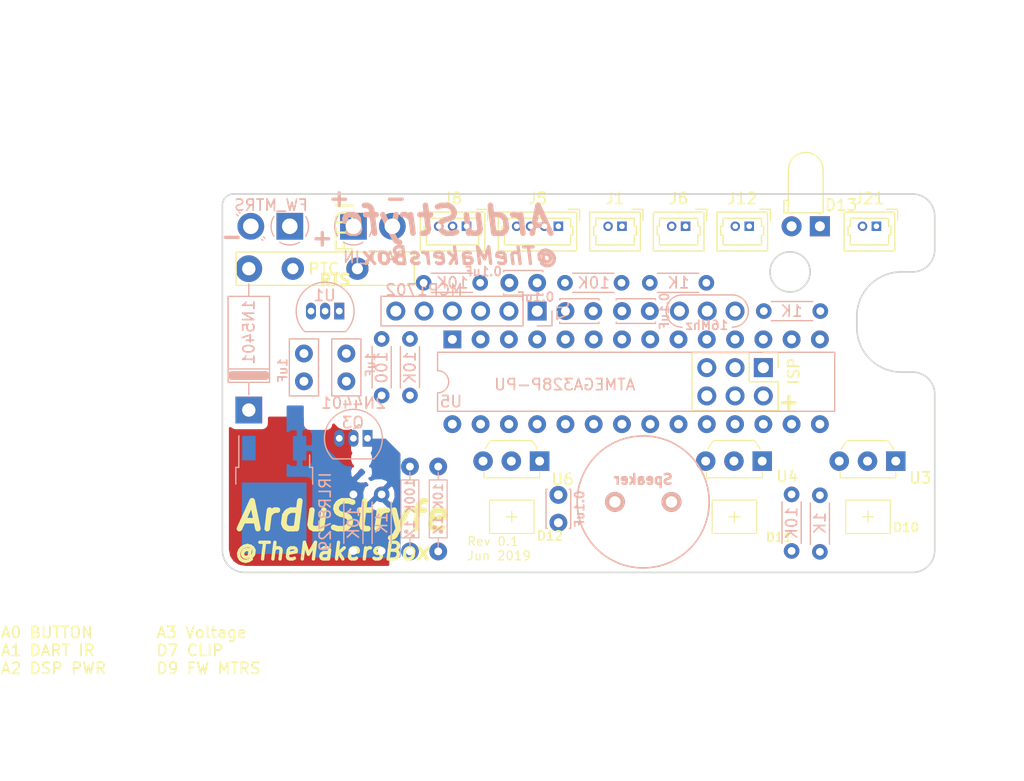
<source format=kicad_pcb>
(kicad_pcb (version 4) (host pcbnew 4.0.7)

  (general
    (links 91)
    (no_connects 86)
    (area 17.018 68.005 112.283715 140.065001)
    (thickness 1.6)
    (drawings 53)
    (tracks 0)
    (zones 0)
    (modules 42)
    (nets 38)
  )

  (page A4)
  (title_block
    (date "lun. 30 mars 2015")
  )

  (layers
    (0 F.Cu signal)
    (31 B.Cu signal)
    (32 B.Adhes user)
    (33 F.Adhes user)
    (34 B.Paste user)
    (35 F.Paste user)
    (36 B.SilkS user)
    (37 F.SilkS user)
    (38 B.Mask user)
    (39 F.Mask user)
    (40 Dwgs.User user)
    (41 Cmts.User user)
    (42 Eco1.User user)
    (43 Eco2.User user)
    (44 Edge.Cuts user)
    (45 Margin user)
    (46 B.CrtYd user)
    (47 F.CrtYd user)
    (48 B.Fab user hide)
    (49 F.Fab user hide)
  )

  (setup
    (last_trace_width 0.25)
    (user_trace_width 0.254)
    (user_trace_width 0.3048)
    (user_trace_width 0.4064)
    (user_trace_width 0.6096)
    (user_trace_width 0.9144)
    (user_trace_width 1.2)
    (user_trace_width 1.524)
    (user_trace_width 2.032)
    (trace_clearance 0.2)
    (zone_clearance 0.508)
    (zone_45_only no)
    (trace_min 0.2)
    (segment_width 0.15)
    (edge_width 0.15)
    (via_size 0.6)
    (via_drill 0.4)
    (via_min_size 0.4)
    (via_min_drill 0.3)
    (uvia_size 0.3)
    (uvia_drill 0.1)
    (uvias_allowed no)
    (uvia_min_size 0.2)
    (uvia_min_drill 0.1)
    (pcb_text_width 0.3)
    (pcb_text_size 1.5 1.5)
    (mod_edge_width 0.15)
    (mod_text_size 1 1)
    (mod_text_width 0.15)
    (pad_size 2.4 2.4)
    (pad_drill 1.4)
    (pad_to_mask_clearance 0)
    (aux_axis_origin 110.998 126.365)
    (grid_origin 110.998 126.365)
    (visible_elements 7FFFFFEF)
    (pcbplotparams
      (layerselection 0x010f0_80000001)
      (usegerberextensions true)
      (excludeedgelayer true)
      (linewidth 0.100000)
      (plotframeref false)
      (viasonmask false)
      (mode 1)
      (useauxorigin false)
      (hpglpennumber 1)
      (hpglpenspeed 20)
      (hpglpendiameter 15)
      (hpglpenoverlay 2)
      (psnegative false)
      (psa4output false)
      (plotreference true)
      (plotvalue true)
      (plotinvisibletext false)
      (padsonsilk false)
      (subtractmaskfromsilk false)
      (outputformat 1)
      (mirror false)
      (drillshape 0)
      (scaleselection 1)
      (outputdirectory gerbers/))
  )

  (net 0 "")
  (net 1 /Reset)
  (net 2 GND)
  (net 3 /A0)
  (net 4 /A1)
  (net 5 /A2)
  (net 6 /A3)
  (net 7 /AREF)
  (net 8 "/A4(SDA)")
  (net 9 "/A5(SCL)")
  (net 10 "/9(**)")
  (net 11 /8)
  (net 12 /7)
  (net 13 "/6(**)")
  (net 14 "/5(**)")
  (net 15 /4)
  (net 16 "/3(**)")
  (net 17 /2)
  (net 18 "/13(SCK)")
  (net 19 "/12(MISO)")
  (net 20 VCC)
  (net 21 "Net-(D2-Pad2)")
  (net 22 "Net-(U5-Pad9)")
  (net 23 "Net-(U5-Pad10)")
  (net 24 "/11(MOSI)")
  (net 25 "/10(SS)")
  (net 26 "/0(Rx)")
  (net 27 "/1(Tx)")
  (net 28 /#RTS)
  (net 29 "Net-(J6-Pad1)")
  (net 30 "Net-(J21-Pad1)")
  (net 31 "Net-(J8-Pad2)")
  (net 32 "Net-(F1-Pad2)")
  (net 33 /BATT)
  (net 34 "Net-(Q3-Pad2)")
  (net 35 "Net-(J5-Pad3)")
  (net 36 "Net-(D1-Pad2)")
  (net 37 "Net-(C1-Pad1)")

  (net_class Default "This is the default net class."
    (clearance 0.2)
    (trace_width 0.25)
    (via_dia 0.6)
    (via_drill 0.4)
    (uvia_dia 0.3)
    (uvia_drill 0.1)
    (add_net /#RTS)
    (add_net "/0(Rx)")
    (add_net "/1(Tx)")
    (add_net "/10(SS)")
    (add_net "/11(MOSI)")
    (add_net "/12(MISO)")
    (add_net "/13(SCK)")
    (add_net /2)
    (add_net "/3(**)")
    (add_net /4)
    (add_net "/5(**)")
    (add_net "/6(**)")
    (add_net /7)
    (add_net /8)
    (add_net "/9(**)")
    (add_net /A0)
    (add_net /A1)
    (add_net /A2)
    (add_net /A3)
    (add_net "/A4(SDA)")
    (add_net "/A5(SCL)")
    (add_net /AREF)
    (add_net /BATT)
    (add_net /Reset)
    (add_net GND)
    (add_net "Net-(C1-Pad1)")
    (add_net "Net-(D1-Pad2)")
    (add_net "Net-(D2-Pad2)")
    (add_net "Net-(F1-Pad2)")
    (add_net "Net-(J21-Pad1)")
    (add_net "Net-(J5-Pad3)")
    (add_net "Net-(J6-Pad1)")
    (add_net "Net-(J8-Pad2)")
    (add_net "Net-(Q3-Pad2)")
    (add_net "Net-(U5-Pad10)")
    (add_net "Net-(U5-Pad9)")
    (add_net VCC)
  )

  (module Wire_Pads:SolderWirePad_single_2-5mmDrill (layer F.Cu) (tedit 5D019313) (tstamp 5D019308)
    (at 46.998 82.365)
    (path /5CE78195)
    (fp_text reference J14 (at 0.052 -0.192) (layer F.SilkS) hide
      (effects (font (size 1 1) (thickness 0.15)))
    )
    (fp_text value NPTH (at 0 -0.254) (layer F.Fab)
      (effects (font (size 1 1) (thickness 0.15)))
    )
    (pad "" np_thru_hole circle (at 0 0) (size 3 3) (drill 3) (layers *.Cu *.Mask))
  )

  (module footprints:DIP-28_W7.62mm (layer B.Cu) (tedit 5D0507A2) (tstamp 5BB69B80)
    (at 57.658 98.425 270)
    (descr "28-lead though-hole mounted DIP package, row spacing 7.62 mm (300 mils)")
    (tags "THT DIP DIL PDIP 2.54mm 7.62mm 300mil")
    (path /5BB5CB12)
    (fp_text reference U5 (at 5.588 0.127 540) (layer B.SilkS)
      (effects (font (size 1 1) (thickness 0.15)) (justify mirror))
    )
    (fp_text value ATMEGA328P-PU (at 4.064 -10.0965 540) (layer B.SilkS)
      (effects (font (size 1 1) (thickness 0.15)) (justify mirror))
    )
    (fp_arc (start 3.81 1.33) (end 2.81 1.33) (angle 180) (layer B.SilkS) (width 0.12))
    (fp_line (start 1.635 1.27) (end 6.985 1.27) (layer B.Fab) (width 0.1))
    (fp_line (start 6.985 1.27) (end 6.985 -34.29) (layer B.Fab) (width 0.1))
    (fp_line (start 6.985 -34.29) (end 0.635 -34.29) (layer B.Fab) (width 0.1))
    (fp_line (start 0.635 -34.29) (end 0.635 0.27) (layer B.Fab) (width 0.1))
    (fp_line (start 0.635 0.27) (end 1.635 1.27) (layer B.Fab) (width 0.1))
    (fp_line (start 2.81 1.33) (end 1.16 1.33) (layer B.SilkS) (width 0.12))
    (fp_line (start 1.16 1.33) (end 1.16 -34.35) (layer B.SilkS) (width 0.12))
    (fp_line (start 1.16 -34.35) (end 6.46 -34.35) (layer B.SilkS) (width 0.12))
    (fp_line (start 6.46 -34.35) (end 6.46 1.33) (layer B.SilkS) (width 0.12))
    (fp_line (start 6.46 1.33) (end 4.81 1.33) (layer B.SilkS) (width 0.12))
    (fp_line (start -1.1 1.55) (end -1.1 -34.55) (layer B.CrtYd) (width 0.05))
    (fp_line (start -1.1 -34.55) (end 8.7 -34.55) (layer B.CrtYd) (width 0.05))
    (fp_line (start 8.7 -34.55) (end 8.7 1.55) (layer B.CrtYd) (width 0.05))
    (fp_line (start 8.7 1.55) (end -1.1 1.55) (layer B.CrtYd) (width 0.05))
    (fp_text user %R (at 3.81 -16.51 270) (layer B.Fab)
      (effects (font (size 1 1) (thickness 0.15)) (justify mirror))
    )
    (pad 1 thru_hole rect (at 0 0 270) (size 1.6 1.6) (drill 0.8) (layers *.Cu *.Mask)
      (net 1 /Reset))
    (pad 15 thru_hole oval (at 7.62 -33.02 270) (size 1.6 1.6) (drill 0.8) (layers *.Cu *.Mask)
      (net 10 "/9(**)"))
    (pad 2 thru_hole oval (at 0 -2.54 270) (size 1.6 1.6) (drill 0.8) (layers *.Cu *.Mask)
      (net 26 "/0(Rx)"))
    (pad 16 thru_hole oval (at 7.62 -30.48 270) (size 1.6 1.6) (drill 0.8) (layers *.Cu *.Mask)
      (net 25 "/10(SS)"))
    (pad 3 thru_hole oval (at 0 -5.08 270) (size 1.6 1.6) (drill 0.8) (layers *.Cu *.Mask)
      (net 27 "/1(Tx)"))
    (pad 17 thru_hole oval (at 7.62 -27.94 270) (size 1.6 1.6) (drill 0.8) (layers *.Cu *.Mask)
      (net 24 "/11(MOSI)"))
    (pad 4 thru_hole oval (at 0 -7.62 270) (size 1.6 1.6) (drill 0.8) (layers *.Cu *.Mask)
      (net 17 /2))
    (pad 18 thru_hole oval (at 7.62 -25.4 270) (size 1.6 1.6) (drill 0.8) (layers *.Cu *.Mask)
      (net 19 "/12(MISO)"))
    (pad 5 thru_hole oval (at 0 -10.16 270) (size 1.6 1.6) (drill 0.8) (layers *.Cu *.Mask)
      (net 16 "/3(**)"))
    (pad 19 thru_hole oval (at 7.62 -22.86 270) (size 1.6 1.6) (drill 0.8) (layers *.Cu *.Mask)
      (net 18 "/13(SCK)"))
    (pad 6 thru_hole oval (at 0 -12.7 270) (size 1.6 1.6) (drill 0.8) (layers *.Cu *.Mask)
      (net 15 /4))
    (pad 20 thru_hole oval (at 7.62 -20.32 270) (size 1.6 1.6) (drill 0.8) (layers *.Cu *.Mask)
      (net 20 VCC))
    (pad 7 thru_hole oval (at 0 -15.24 270) (size 1.6 1.6) (drill 0.8) (layers *.Cu *.Mask)
      (net 20 VCC))
    (pad 21 thru_hole oval (at 7.62 -17.78 270) (size 1.6 1.6) (drill 0.8) (layers *.Cu *.Mask)
      (net 7 /AREF))
    (pad 8 thru_hole oval (at 0 -17.78 270) (size 1.6 1.6) (drill 0.8) (layers *.Cu *.Mask)
      (net 2 GND))
    (pad 22 thru_hole oval (at 7.62 -15.24 270) (size 1.6 1.6) (drill 0.8) (layers *.Cu *.Mask)
      (net 2 GND))
    (pad 9 thru_hole oval (at 0 -20.32 270) (size 1.6 1.6) (drill 0.8) (layers *.Cu *.Mask)
      (net 22 "Net-(U5-Pad9)"))
    (pad 23 thru_hole oval (at 7.62 -12.7 270) (size 1.6 1.6) (drill 0.8) (layers *.Cu *.Mask)
      (net 3 /A0))
    (pad 10 thru_hole oval (at 0 -22.86 270) (size 1.6 1.6) (drill 0.8) (layers *.Cu *.Mask)
      (net 23 "Net-(U5-Pad10)"))
    (pad 24 thru_hole oval (at 7.62 -10.16 270) (size 1.6 1.6) (drill 0.8) (layers *.Cu *.Mask)
      (net 4 /A1))
    (pad 11 thru_hole oval (at 0 -25.4 270) (size 1.6 1.6) (drill 0.8) (layers *.Cu *.Mask)
      (net 14 "/5(**)"))
    (pad 25 thru_hole oval (at 7.62 -7.62 270) (size 1.6 1.6) (drill 0.8) (layers *.Cu *.Mask)
      (net 5 /A2))
    (pad 12 thru_hole oval (at 0 -27.94 270) (size 1.6 1.6) (drill 0.8) (layers *.Cu *.Mask)
      (net 13 "/6(**)"))
    (pad 26 thru_hole oval (at 7.62 -5.08 270) (size 1.6 1.6) (drill 0.8) (layers *.Cu *.Mask)
      (net 6 /A3))
    (pad 13 thru_hole oval (at 0 -30.48 270) (size 1.6 1.6) (drill 0.8) (layers *.Cu *.Mask)
      (net 12 /7))
    (pad 27 thru_hole oval (at 7.62 -2.54 270) (size 1.6 1.6) (drill 0.8) (layers *.Cu *.Mask)
      (net 8 "/A4(SDA)"))
    (pad 14 thru_hole oval (at 0 -33.02 270) (size 1.6 1.6) (drill 0.8) (layers *.Cu *.Mask)
      (net 11 /8))
    (pad 28 thru_hole oval (at 7.62 0 270) (size 1.6 1.6) (drill 0.8) (layers *.Cu *.Mask)
      (net 9 "/A5(SCL)"))
    (model ${KISYS3DMOD}/Housings_DIP.3dshapes/DIP-28_W7.62mm.wrl
      (at (xyz 0 0 0))
      (scale (xyz 1 1 1))
      (rotate (xyz 0 0 0))
    )
  )

  (module footprints:TerminalBlock_P3.50mm_Horizontal (layer B.Cu) (tedit 5D047822) (tstamp 5CFEEB59)
    (at 48.768 88.265)
    (descr "Terminal Block Phoenix PT-1,5-2-3.5-H, 2 pins, pitch 3.5mm, size 7x7.6mm^2, drill diamater 1.2mm, pad diameter 2.4mm, see , script-generated using https://github.com/pointhi/kicad-footprint-generator/scripts/TerminalBlock_Phoenix")
    (tags "THT Terminal Block Phoenix PT-1,5-2-3.5-H pitch 3.5mm size 7x7.6mm^2 drill 1.2mm pad 2.4mm")
    (path /5CE59139)
    (fp_text reference J2 (at 2 -2) (layer B.SilkS) hide
      (effects (font (size 1 1) (thickness 0.15)) (justify mirror))
    )
    (fp_text value BATT_IN (at 1.903 2.794 180) (layer B.SilkS)
      (effects (font (size 1 1) (thickness 0.15)) (justify mirror))
    )
    (fp_arc (start 0 0) (end 1.425 -0.891) (angle 64) (layer B.SilkS) (width 0.12))
    (fp_arc (start 0 0) (end 0.866 1.44) (angle 63) (layer B.SilkS) (width 0.12))
    (fp_arc (start 0 0) (end -1.44 0.866) (angle 63) (layer B.SilkS) (width 0.12))
    (fp_circle (center 0 0) (end 1.5 0) (layer B.Fab) (width 0.1))
    (fp_circle (center 3.5 0) (end 5 0) (layer B.Fab) (width 0.1))
    (fp_line (start -1.75 3.1) (end 5.25 3.1) (layer B.Fab) (width 0.1))
    (fp_line (start 5.25 3.1) (end 5.25 -4.5) (layer B.Fab) (width 0.1))
    (fp_line (start 5.25 -4.5) (end -1.35 -4.5) (layer B.Fab) (width 0.1))
    (fp_line (start -1.35 -4.5) (end -1.75 -4.1) (layer B.Fab) (width 0.1))
    (fp_line (start -1.75 -4.1) (end -1.75 3.1) (layer B.Fab) (width 0.1))
    (fp_line (start -1.75 -4.1) (end 5.25 -4.1) (layer B.Fab) (width 0.1))
    (fp_line (start -1.75 -3) (end 5.25 -3) (layer B.Fab) (width 0.1))
    (fp_line (start 1.138 0.955) (end -0.955 -1.138) (layer B.Fab) (width 0.1))
    (fp_line (start 0.955 1.138) (end -1.138 -0.955) (layer B.Fab) (width 0.1))
    (fp_line (start 4.638 0.955) (end 2.546 -1.138) (layer B.Fab) (width 0.1))
    (fp_line (start 4.455 1.138) (end 2.363 -0.955) (layer B.Fab) (width 0.1))
    (fp_line (start -2.25 3.6) (end -2.25 -5) (layer B.CrtYd) (width 0.05))
    (fp_line (start -2.25 -5) (end 5.75 -5) (layer B.CrtYd) (width 0.05))
    (fp_line (start 5.75 -5) (end 5.75 3.6) (layer B.CrtYd) (width 0.05))
    (fp_line (start 5.75 3.6) (end -2.25 3.6) (layer B.CrtYd) (width 0.05))
    (fp_text user %R (at 2 -2) (layer B.Fab)
      (effects (font (size 1 1) (thickness 0.15)) (justify mirror))
    )
    (pad 1 thru_hole rect (at 0 0) (size 2.4 2.4) (drill 1.4) (layers *.Cu *.Mask)
      (net 33 /BATT))
    (pad 2 thru_hole circle (at 3.5 0) (size 2.4 2.4) (drill 1.4) (layers *.Cu *.Mask)
      (net 2 GND))
    (model ${KISYS3DMOD}/TerminalBlock_Phoenix.3dshapes/TerminalBlock_Phoenix_PT-1,5-2-3.5-H_1x02_P3.50mm_Horizontal.wrl
      (at (xyz 0 0 0))
      (scale (xyz 1 1 1))
      (rotate (xyz 0 0 0))
    )
  )

  (module footprints:TerminalBlock_P3.50mm_Horizontal (layer B.Cu) (tedit 5D04783A) (tstamp 5CFEEB6E)
    (at 43.053 88.265 180)
    (descr "Terminal Block Phoenix PT-1,5-2-3.5-H, 2 pins, pitch 3.5mm, size 7x7.6mm^2, drill diamater 1.2mm, pad diameter 2.4mm, see , script-generated using https://github.com/pointhi/kicad-footprint-generator/scripts/TerminalBlock_Phoenix")
    (tags "THT Terminal Block Phoenix PT-1,5-2-3.5-H pitch 3.5mm size 7x7.6mm^2 drill 1.2mm pad 2.4mm")
    (path /5CE592FA)
    (fp_text reference J9 (at 2 -2 180) (layer B.SilkS) hide
      (effects (font (size 1 1) (thickness 0.15)) (justify mirror))
    )
    (fp_text value FW_MTRS (at 1.69 1.9 360) (layer B.SilkS)
      (effects (font (size 1 1) (thickness 0.15)) (justify mirror))
    )
    (fp_arc (start 0 0) (end 0 -1.68) (angle 32) (layer B.SilkS) (width 0.12))
    (fp_arc (start 0 0) (end 1.425 -0.891) (angle 64) (layer B.SilkS) (width 0.12))
    (fp_arc (start 0 0) (end -1.44 0.866) (angle 63) (layer B.SilkS) (width 0.12))
    (fp_arc (start 0 0) (end -0.866 -1.44) (angle 32) (layer B.SilkS) (width 0.12))
    (fp_circle (center 0 0) (end 1.5 0) (layer B.Fab) (width 0.1))
    (fp_circle (center 3.5 0) (end 5 0) (layer B.Fab) (width 0.1))
    (fp_line (start -1.75 3.1) (end 5.25 3.1) (layer B.Fab) (width 0.1))
    (fp_line (start 5.25 3.1) (end 5.25 -4.5) (layer B.Fab) (width 0.1))
    (fp_line (start 5.25 -4.5) (end -1.35 -4.5) (layer B.Fab) (width 0.1))
    (fp_line (start -1.35 -4.5) (end -1.75 -4.1) (layer B.Fab) (width 0.1))
    (fp_line (start -1.75 -4.1) (end -1.75 3.1) (layer B.Fab) (width 0.1))
    (fp_line (start -1.75 -4.1) (end 5.25 -4.1) (layer B.Fab) (width 0.1))
    (fp_line (start -1.75 -3) (end 5.25 -3) (layer B.Fab) (width 0.1))
    (fp_line (start 1.138 0.955) (end -0.955 -1.138) (layer B.Fab) (width 0.1))
    (fp_line (start 0.955 1.138) (end -1.138 -0.955) (layer B.Fab) (width 0.1))
    (fp_line (start 4.638 0.955) (end 2.546 -1.138) (layer B.Fab) (width 0.1))
    (fp_line (start 4.455 1.138) (end 2.363 -0.955) (layer B.Fab) (width 0.1))
    (fp_line (start 4.775 1.069) (end 4.646 0.941) (layer B.SilkS) (width 0.12))
    (fp_line (start 2.525 -1.181) (end 2.431 -1.274) (layer B.SilkS) (width 0.12))
    (fp_line (start 4.57 1.275) (end 4.476 1.181) (layer B.SilkS) (width 0.12))
    (fp_line (start 2.355 -0.941) (end 2.226 -1.069) (layer B.SilkS) (width 0.12))
    (fp_line (start -2.25 3.6) (end -2.25 -5) (layer B.CrtYd) (width 0.05))
    (fp_line (start -2.25 -5) (end 5.75 -5) (layer B.CrtYd) (width 0.05))
    (fp_line (start 5.75 -5) (end 5.75 3.6) (layer B.CrtYd) (width 0.05))
    (fp_line (start 5.75 3.6) (end -2.25 3.6) (layer B.CrtYd) (width 0.05))
    (fp_text user %R (at 2 -2 180) (layer B.Fab)
      (effects (font (size 1 1) (thickness 0.15)) (justify mirror))
    )
    (pad 1 thru_hole rect (at 0 0 180) (size 2.4 2.4) (drill 1.4) (layers *.Cu *.Mask)
      (net 32 "Net-(F1-Pad2)"))
    (pad 2 thru_hole circle (at 3.5 0 180) (size 2.4 2.4) (drill 1.4) (layers *.Cu *.Mask)
      (net 36 "Net-(D1-Pad2)"))
    (model ${KISYS3DMOD}/TerminalBlock_Phoenix.3dshapes/TerminalBlock_Phoenix_PT-1,5-2-3.5-H_1x02_P3.50mm_Horizontal.wrl
      (at (xyz 0 0 0))
      (scale (xyz 1 1 1))
      (rotate (xyz 0 0 0))
    )
  )

  (module footprints:Resonator-3pin_w7.0mm_h2.5mm (layer B.Cu) (tedit 5D02B93C) (tstamp 5BB69BAF)
    (at 83.058 95.885 180)
    (descr "Ceramic Resomator/Filter 7.0x2.5mm^2, length*width=7.0x2.5mm^2 package, package length=7.0mm, package width=2.5mm, 3 pins")
    (tags "THT ceramic resonator filter")
    (path /5BB6F476)
    (fp_text reference Y1 (at -1.27 -1.651 180) (layer B.SilkS) hide
      (effects (font (size 1 1) (thickness 0.15)) (justify mirror))
    )
    (fp_text value 16Mhz (at 2.54 -1.27 180) (layer B.SilkS)
      (effects (font (size 0.8 0.8) (thickness 0.15)) (justify mirror))
    )
    (fp_text user %R (at 2.5 0 180) (layer B.Fab)
      (effects (font (size 1 1) (thickness 0.15)) (justify mirror))
    )
    (fp_line (start 0.25 1.25) (end 4.75 1.25) (layer B.Fab) (width 0.1))
    (fp_line (start 0.25 -1.25) (end 4.75 -1.25) (layer B.Fab) (width 0.1))
    (fp_line (start 0.25 1.25) (end 4.75 1.25) (layer B.Fab) (width 0.1))
    (fp_line (start 0.25 -1.25) (end 4.75 -1.25) (layer B.Fab) (width 0.1))
    (fp_line (start 0.25 1.45) (end 4.75 1.45) (layer B.SilkS) (width 0.12))
    (fp_line (start -1.5 1.7) (end -1.5 -1.7) (layer B.CrtYd) (width 0.05))
    (fp_line (start -1.5 -1.7) (end 6.5 -1.7) (layer B.CrtYd) (width 0.05))
    (fp_line (start 6.5 -1.7) (end 6.5 1.7) (layer B.CrtYd) (width 0.05))
    (fp_line (start 6.5 1.7) (end -1.5 1.7) (layer B.CrtYd) (width 0.05))
    (fp_arc (start 0.25 0) (end 0.25 1.25) (angle 180) (layer B.Fab) (width 0.1))
    (fp_arc (start 4.75 0) (end 4.75 1.25) (angle -180) (layer B.Fab) (width 0.1))
    (fp_arc (start 0.25 0) (end 0.25 1.25) (angle 180) (layer B.Fab) (width 0.1))
    (fp_arc (start 4.75 0) (end 4.75 1.25) (angle -180) (layer B.Fab) (width 0.1))
    (fp_arc (start 0.25 0) (end 0.25 1.45) (angle 180) (layer B.SilkS) (width 0.12))
    (fp_arc (start 4.75 0) (end 4.75 1.45) (angle -180) (layer B.SilkS) (width 0.12))
    (pad 1 thru_hole circle (at 0 0 180) (size 1.7 1.7) (drill 1) (layers *.Cu *.Mask)
      (net 23 "Net-(U5-Pad10)"))
    (pad 2 thru_hole circle (at 2.5 0 180) (size 1.7 1.7) (drill 1) (layers *.Cu *.Mask)
      (net 2 GND))
    (pad 3 thru_hole circle (at 5 0 180) (size 1.7 1.7) (drill 1) (layers *.Cu *.Mask)
      (net 22 "Net-(U5-Pad9)"))
    (model ${KISYS3DMOD}/Crystals.3dshapes/Resonator-3pin_w7.0mm_h2.5mm.wrl
      (at (xyz 0 0 0))
      (scale (xyz 0.393701 0.393701 0.393701))
      (rotate (xyz 0 0 0))
    )
  )

  (module footprints:D_DO-15_P12.70mm_Horizontal (layer B.Cu) (tedit 5D002A04) (tstamp 5CE766AD)
    (at 39.37 104.775 90)
    (descr "D, DO-15 series, Axial, Horizontal, pin pitch=12.7mm, , length*diameter=7.6*3.6mm^2, , http://www.diodes.com/_files/packages/DO-15.pdf")
    (tags "D DO-15 series Axial Horizontal pin pitch 12.7mm  length 7.6mm diameter 3.6mm")
    (path /5CDFABAB)
    (fp_text reference D1 (at 6.35 0 90) (layer B.SilkS) hide
      (effects (font (size 1 1) (thickness 0.15)) (justify mirror))
    )
    (fp_text value 1N5401 (at 6.985 0 90) (layer B.SilkS)
      (effects (font (size 1 1) (thickness 0.15)) (justify mirror))
    )
    (fp_line (start 3.1 1.5) (end 3.1 -1.5) (layer B.SilkS) (width 0.8))
    (fp_text user %R (at 6.35 0 90) (layer B.Fab)
      (effects (font (size 1 1) (thickness 0.15)) (justify mirror))
    )
    (fp_line (start 2.55 1.8) (end 2.55 -1.8) (layer B.Fab) (width 0.1))
    (fp_line (start 2.55 -1.8) (end 10.15 -1.8) (layer B.Fab) (width 0.1))
    (fp_line (start 10.15 -1.8) (end 10.15 1.8) (layer B.Fab) (width 0.1))
    (fp_line (start 10.15 1.8) (end 2.55 1.8) (layer B.Fab) (width 0.1))
    (fp_line (start 0 0) (end 2.55 0) (layer B.Fab) (width 0.1))
    (fp_line (start 12.7 0) (end 10.15 0) (layer B.Fab) (width 0.1))
    (fp_line (start 3.69 1.8) (end 3.69 -1.8) (layer B.Fab) (width 0.1))
    (fp_line (start 2.49 1.86) (end 2.49 -1.86) (layer B.SilkS) (width 0.12))
    (fp_line (start 2.49 -1.86) (end 10.21 -1.86) (layer B.SilkS) (width 0.12))
    (fp_line (start 10.21 -1.86) (end 10.21 1.86) (layer B.SilkS) (width 0.12))
    (fp_line (start 10.21 1.86) (end 2.49 1.86) (layer B.SilkS) (width 0.12))
    (fp_line (start 1.38 0) (end 2.49 0) (layer B.SilkS) (width 0.12))
    (fp_line (start 11.32 0) (end 10.21 0) (layer B.SilkS) (width 0.12))
    (fp_line (start 3.69 1.86) (end 3.69 -1.86) (layer B.SilkS) (width 0.12))
    (fp_line (start -1.45 2.15) (end -1.45 -2.15) (layer B.CrtYd) (width 0.05))
    (fp_line (start -1.45 -2.15) (end 14.15 -2.15) (layer B.CrtYd) (width 0.05))
    (fp_line (start 14.15 -2.15) (end 14.15 2.15) (layer B.CrtYd) (width 0.05))
    (fp_line (start 14.15 2.15) (end -1.45 2.15) (layer B.CrtYd) (width 0.05))
    (pad 1 thru_hole rect (at 0 0 90) (size 2.4 2.4) (drill 1.2) (layers *.Cu *.Mask)
      (net 33 /BATT))
    (pad 2 thru_hole oval (at 12.7 0 90) (size 2.4 2.4) (drill 1.2) (layers *.Cu *.Mask)
      (net 36 "Net-(D1-Pad2)"))
    (model ${KISYS3DMOD}/Diodes_THT.3dshapes/D_DO-15_P12.70mm_Horizontal.wrl
      (at (xyz 0 0 0))
      (scale (xyz 0.393701 0.393701 0.393701))
      (rotate (xyz 0 0 0))
    )
  )

  (module Wire_Pads:SolderWirePad_single_2-5mmDrill (layer F.Cu) (tedit 5D019315) (tstamp 5D019310)
    (at 87.998 92.365)
    (path /5CE78195)
    (fp_text reference J14 (at 0.052 -0.192) (layer F.SilkS) hide
      (effects (font (size 1 1) (thickness 0.15)))
    )
    (fp_text value NPTH (at 0 -0.254) (layer F.Fab)
      (effects (font (size 1 1) (thickness 0.15)))
    )
    (pad "" np_thru_hole circle (at 0 0) (size 3 3) (drill 3) (layers *.Cu *.Mask))
  )

  (module footprints:Hall_Sensor (layer F.Cu) (tedit 5D04F232) (tstamp 5CE76795)
    (at 97.498 109.365 180)
    (descr "TO-92 leads in-line, wide, drill 0.8mm (see NXP sot054_po.pdf)")
    (tags "to-92 sc-43 sc-43a sot54 PA33 transistor")
    (path /5CE1F6F9)
    (fp_text reference U3 (at -2.197 -1.506 360) (layer F.SilkS)
      (effects (font (size 1 1) (thickness 0.15)))
    )
    (fp_text value "HALL SENSOR" (at 6.477 -0.381 450) (layer F.SilkS) hide
      (effects (font (size 1 1) (thickness 0.15)))
    )
    (fp_line (start 0.5 -6.5) (end 4.5 -6.5) (layer F.SilkS) (width 0.1))
    (fp_line (start 4.5 -6.5) (end 4.5 -3.5) (layer F.SilkS) (width 0.1))
    (fp_line (start 4.5 -3.5) (end 0.5 -3.5) (layer F.SilkS) (width 0.1))
    (fp_line (start 0.5 -3.5) (end 0.5 -6.5) (layer F.SilkS) (width 0.1))
    (fp_line (start 2.5 -5.5) (end 2.5 -4.5) (layer F.SilkS) (width 0.1))
    (fp_line (start 2 -5) (end 3 -5) (layer F.SilkS) (width 0.1))
    (fp_line (start 0 -1) (end 0 -1.5) (layer F.SilkS) (width 0.1))
    (fp_line (start 0 -1.5) (end 5 -1.5) (layer F.SilkS) (width 0.1))
    (fp_line (start 5 -1.5) (end 5 -1) (layer F.SilkS) (width 0.1))
    (fp_text user %R (at 6.82 -1.125 360) (layer F.Fab)
      (effects (font (size 1 1) (thickness 0.15)))
    )
    (fp_line (start 0.74 1.85) (end 4.34 1.85) (layer F.SilkS) (width 0.12))
    (fp_line (start 0.8 1.75) (end 4.3 1.75) (layer F.Fab) (width 0.1))
    (fp_line (start -1.01 -2.73) (end 6.09 -2.73) (layer F.CrtYd) (width 0.05))
    (fp_line (start -1.01 -2.73) (end -1.01 2.01) (layer F.CrtYd) (width 0.05))
    (fp_line (start 6.09 2.01) (end 6.09 -2.73) (layer F.CrtYd) (width 0.05))
    (fp_line (start 6.09 2.01) (end -1.01 2.01) (layer F.CrtYd) (width 0.05))
    (fp_arc (start 2.54 0) (end 0.74 1.85) (angle 20) (layer F.SilkS) (width 0.12))
    (fp_arc (start 2.54 0) (end 4.34 1.85) (angle -20) (layer F.SilkS) (width 0.12))
    (pad 3 thru_hole circle (at 5.08 0 270) (size 1.75 1.75) (drill 0.8) (layers *.Cu *.Mask)
      (net 25 "/10(SS)"))
    (pad 2 thru_hole circle (at 2.54 0 270) (size 1.75 1.75) (drill 0.8) (layers *.Cu *.Mask)
      (net 2 GND))
    (pad 1 thru_hole rect (at 0 0 270) (size 1.75 1.75) (drill 0.8) (layers *.Cu *.Mask)
      (net 20 VCC))
    (model ${KISYS3DMOD}/TO_SOT_Packages_THT.3dshapes/TO-92_Inline_Wide.wrl
      (at (xyz 0.1 0 0))
      (scale (xyz 1 1 1))
      (rotate (xyz 0 0 -90))
    )
  )

  (module footprints:SPEAKER (layer B.Cu) (tedit 5D050A1D) (tstamp 5CF7F78A)
    (at 74.803 113.03 270)
    (descr "Switch inverseur")
    (tags "SWITCH DEV")
    (path /5CF98DB6)
    (fp_text reference LS1 (at 0 -5.08 270) (layer B.SilkS) hide
      (effects (font (size 1.016 1.016) (thickness 0.2032)) (justify mirror))
    )
    (fp_text value Speaker (at -2.032 0 360) (layer B.SilkS)
      (effects (font (size 0.889 0.889) (thickness 0.22225)) (justify mirror))
    )
    (fp_circle (center 0 0) (end -5.842 1.016) (layer B.SilkS) (width 0.15))
    (pad 2 thru_hole circle (at 0 -2.54 270) (size 1.778 1.778) (drill 1.016) (layers *.Cu *.Mask B.SilkS)
      (net 2 GND))
    (pad 1 thru_hole circle (at 0 2.54 270) (size 1.778 1.778) (drill 1.016) (layers *.Cu *.Mask B.SilkS)
      (net 15 /4))
  )

  (module footprints:R__P5.08mm (layer B.Cu) (tedit 5CE6B6CD) (tstamp 5CDF7E55)
    (at 70.358 93.345 180)
    (descr "Resistor, Axial_DIN0204 series, Axial, Horizontal, pin pitch=5.08mm, 0.16666666666666666W = 1/6W, length*diameter=3.6*1.6mm^2, http://cdn-reichelt.de/documents/datenblatt/B400/1_4W%23YAG.pdf")
    (tags "Resistor Axial_DIN0204 series Axial Horizontal pin pitch 5.08mm 0.16666666666666666W = 1/6W length 3.6mm diameter 1.6mm")
    (path /5CE1198B)
    (fp_text reference R6 (at 0 0 180) (layer B.SilkS) hide
      (effects (font (size 1 1) (thickness 0.15)) (justify mirror))
    )
    (fp_text value 10K (at 0 0 180) (layer B.SilkS)
      (effects (font (size 1 1) (thickness 0.15)) (justify mirror))
    )
    (fp_line (start -1.76 0.8) (end -1.76 -0.8) (layer B.Fab) (width 0.1))
    (fp_line (start -1.76 -0.8) (end 1.84 -0.8) (layer B.Fab) (width 0.1))
    (fp_line (start 1.84 -0.8) (end 1.84 0.8) (layer B.Fab) (width 0.1))
    (fp_line (start 1.84 0.8) (end -1.76 0.8) (layer B.Fab) (width 0.1))
    (fp_line (start -2.5 0) (end -1.76 0) (layer B.Fab) (width 0.1))
    (fp_line (start 2.58 0) (end 1.84 0) (layer B.Fab) (width 0.1))
    (fp_line (start -1.82 0.86) (end 1.9 0.86) (layer B.SilkS) (width 0.12))
    (fp_line (start -1.82 -0.86) (end 1.9 -0.86) (layer B.SilkS) (width 0.12))
    (fp_line (start -3.45 1.15) (end -3.45 -1.15) (layer B.CrtYd) (width 0.05))
    (fp_line (start -3.45 -1.15) (end 3.55 -1.15) (layer B.CrtYd) (width 0.05))
    (fp_line (start 3.55 -1.15) (end 3.55 1.15) (layer B.CrtYd) (width 0.05))
    (fp_line (start 3.55 1.15) (end -3.45 1.15) (layer B.CrtYd) (width 0.05))
    (pad 1 thru_hole circle (at -2.5 0 180) (size 1.4 1.4) (drill 0.7) (layers *.Cu *.Mask)
      (net 16 "/3(**)"))
    (pad 2 thru_hole oval (at 2.58 0 180) (size 1.4 1.4) (drill 0.7) (layers *.Cu *.Mask)
      (net 20 VCC))
    (model ${KISYS3DMOD}/Resistors_THT.3dshapes/R_Axial_DIN0204_L3.6mm_D1.6mm_P5.08mm_Horizontal.wrl
      (at (xyz 0 0 0))
      (scale (xyz 0.393701 0.393701 0.393701))
      (rotate (xyz 0 0 0))
    )
  )

  (module footprints:R__P5.08mm (layer B.Cu) (tedit 5CE6B6CD) (tstamp 5CDF7E5B)
    (at 77.978 93.345 180)
    (descr "Resistor, Axial_DIN0204 series, Axial, Horizontal, pin pitch=5.08mm, 0.16666666666666666W = 1/6W, length*diameter=3.6*1.6mm^2, http://cdn-reichelt.de/documents/datenblatt/B400/1_4W%23YAG.pdf")
    (tags "Resistor Axial_DIN0204 series Axial Horizontal pin pitch 5.08mm 0.16666666666666666W = 1/6W length 3.6mm diameter 1.6mm")
    (path /5CE11991)
    (fp_text reference R7 (at 0 0 180) (layer B.SilkS) hide
      (effects (font (size 1 1) (thickness 0.15)) (justify mirror))
    )
    (fp_text value 1K (at 0 0 180) (layer B.SilkS)
      (effects (font (size 1 1) (thickness 0.15)) (justify mirror))
    )
    (fp_line (start -1.76 0.8) (end -1.76 -0.8) (layer B.Fab) (width 0.1))
    (fp_line (start -1.76 -0.8) (end 1.84 -0.8) (layer B.Fab) (width 0.1))
    (fp_line (start 1.84 -0.8) (end 1.84 0.8) (layer B.Fab) (width 0.1))
    (fp_line (start 1.84 0.8) (end -1.76 0.8) (layer B.Fab) (width 0.1))
    (fp_line (start -2.5 0) (end -1.76 0) (layer B.Fab) (width 0.1))
    (fp_line (start 2.58 0) (end 1.84 0) (layer B.Fab) (width 0.1))
    (fp_line (start -1.82 0.86) (end 1.9 0.86) (layer B.SilkS) (width 0.12))
    (fp_line (start -1.82 -0.86) (end 1.9 -0.86) (layer B.SilkS) (width 0.12))
    (fp_line (start -3.45 1.15) (end -3.45 -1.15) (layer B.CrtYd) (width 0.05))
    (fp_line (start -3.45 -1.15) (end 3.55 -1.15) (layer B.CrtYd) (width 0.05))
    (fp_line (start 3.55 -1.15) (end 3.55 1.15) (layer B.CrtYd) (width 0.05))
    (fp_line (start 3.55 1.15) (end -3.45 1.15) (layer B.CrtYd) (width 0.05))
    (pad 1 thru_hole circle (at -2.5 0 180) (size 1.4 1.4) (drill 0.7) (layers *.Cu *.Mask)
      (net 29 "Net-(J6-Pad1)"))
    (pad 2 thru_hole oval (at 2.58 0 180) (size 1.4 1.4) (drill 0.7) (layers *.Cu *.Mask)
      (net 16 "/3(**)"))
    (model ${KISYS3DMOD}/Resistors_THT.3dshapes/R_Axial_DIN0204_L3.6mm_D1.6mm_P5.08mm_Horizontal.wrl
      (at (xyz 0 0 0))
      (scale (xyz 0.393701 0.393701 0.393701))
      (rotate (xyz 0 0 0))
    )
  )

  (module footprints:C_Disc_D5.0mm_W2.5mm_P2.50mm (layer B.Cu) (tedit 5D02EE1E) (tstamp 5CE76612)
    (at 48.133 99.695 270)
    (descr "C, Disc series, Radial, pin pitch=2.50mm, , diameter*width=5*2.5mm^2, Capacitor, http://cdn-reichelt.de/documents/datenblatt/B300/DS_KERKO_TC.pdf")
    (tags "C Disc series Radial pin pitch 2.50mm  diameter 5mm width 2.5mm Capacitor")
    (path /5CE3AD1B)
    (fp_text reference C1 (at 1.25 2.56 270) (layer B.SilkS) hide
      (effects (font (size 1 1) (thickness 0.15)) (justify mirror))
    )
    (fp_text value 1uF (at 1.016 -2.159 270) (layer B.SilkS)
      (effects (font (size 0.8 0.8) (thickness 0.15)) (justify mirror))
    )
    (fp_line (start -1.25 1.25) (end -1.25 -1.25) (layer B.Fab) (width 0.1))
    (fp_line (start -1.25 -1.25) (end 3.75 -1.25) (layer B.Fab) (width 0.1))
    (fp_line (start 3.75 -1.25) (end 3.75 1.25) (layer B.Fab) (width 0.1))
    (fp_line (start 3.75 1.25) (end -1.25 1.25) (layer B.Fab) (width 0.1))
    (fp_line (start -1.31 1.31) (end 3.81 1.31) (layer B.SilkS) (width 0.12))
    (fp_line (start -1.31 -1.31) (end 3.81 -1.31) (layer B.SilkS) (width 0.12))
    (fp_line (start -1.31 1.31) (end -1.31 -1.31) (layer B.SilkS) (width 0.12))
    (fp_line (start 3.81 1.31) (end 3.81 -1.31) (layer B.SilkS) (width 0.12))
    (fp_line (start -1.6 1.6) (end -1.6 -1.6) (layer B.CrtYd) (width 0.05))
    (fp_line (start -1.6 -1.6) (end 4.1 -1.6) (layer B.CrtYd) (width 0.05))
    (fp_line (start 4.1 -1.6) (end 4.1 1.6) (layer B.CrtYd) (width 0.05))
    (fp_line (start 4.1 1.6) (end -1.6 1.6) (layer B.CrtYd) (width 0.05))
    (fp_text user %R (at 1.25 0 270) (layer B.Fab)
      (effects (font (size 1 1) (thickness 0.15)) (justify mirror))
    )
    (pad 1 thru_hole circle (at 0 0 270) (size 1.6 1.6) (drill 0.8) (layers *.Cu *.Mask)
      (net 37 "Net-(C1-Pad1)"))
    (pad 2 thru_hole circle (at 2.5 0 270) (size 1.6 1.6) (drill 0.8) (layers *.Cu *.Mask)
      (net 2 GND))
    (model ${KISYS3DMOD}/Capacitors_THT.3dshapes/C_Disc_D5.0mm_W2.5mm_P2.50mm.wrl
      (at (xyz 0 0 0))
      (scale (xyz 1 1 1))
      (rotate (xyz 0 0 0))
    )
  )

  (module footprints:C_Disc_D5.0mm_W2.5mm_P2.50mm (layer B.Cu) (tedit 5D02EDE7) (tstamp 5CE7664A)
    (at 44.323 99.695 270)
    (descr "C, Disc series, Radial, pin pitch=2.50mm, , diameter*width=5*2.5mm^2, Capacitor, http://cdn-reichelt.de/documents/datenblatt/B300/DS_KERKO_TC.pdf")
    (tags "C Disc series Radial pin pitch 2.50mm  diameter 5mm width 2.5mm Capacitor")
    (path /5CE3B609)
    (fp_text reference C4 (at 1.25 2.56 270) (layer B.SilkS) hide
      (effects (font (size 1 1) (thickness 0.15)) (justify mirror))
    )
    (fp_text value 1uF (at 1.524 1.905 270) (layer B.SilkS)
      (effects (font (size 0.8 0.8) (thickness 0.15)) (justify mirror))
    )
    (fp_line (start -1.25 1.25) (end -1.25 -1.25) (layer B.Fab) (width 0.1))
    (fp_line (start -1.25 -1.25) (end 3.75 -1.25) (layer B.Fab) (width 0.1))
    (fp_line (start 3.75 -1.25) (end 3.75 1.25) (layer B.Fab) (width 0.1))
    (fp_line (start 3.75 1.25) (end -1.25 1.25) (layer B.Fab) (width 0.1))
    (fp_line (start -1.31 1.31) (end 3.81 1.31) (layer B.SilkS) (width 0.12))
    (fp_line (start -1.31 -1.31) (end 3.81 -1.31) (layer B.SilkS) (width 0.12))
    (fp_line (start -1.31 1.31) (end -1.31 -1.31) (layer B.SilkS) (width 0.12))
    (fp_line (start 3.81 1.31) (end 3.81 -1.31) (layer B.SilkS) (width 0.12))
    (fp_line (start -1.6 1.6) (end -1.6 -1.6) (layer B.CrtYd) (width 0.05))
    (fp_line (start -1.6 -1.6) (end 4.1 -1.6) (layer B.CrtYd) (width 0.05))
    (fp_line (start 4.1 -1.6) (end 4.1 1.6) (layer B.CrtYd) (width 0.05))
    (fp_line (start 4.1 1.6) (end -1.6 1.6) (layer B.CrtYd) (width 0.05))
    (fp_text user %R (at 1.25 0 270) (layer B.Fab)
      (effects (font (size 1 1) (thickness 0.15)) (justify mirror))
    )
    (pad 1 thru_hole circle (at 0 0 270) (size 1.6 1.6) (drill 0.8) (layers *.Cu *.Mask)
      (net 20 VCC))
    (pad 2 thru_hole circle (at 2.5 0 270) (size 1.6 1.6) (drill 0.8) (layers *.Cu *.Mask)
      (net 2 GND))
    (model ${KISYS3DMOD}/Capacitors_THT.3dshapes/C_Disc_D5.0mm_W2.5mm_P2.50mm.wrl
      (at (xyz 0 0 0))
      (scale (xyz 1 1 1))
      (rotate (xyz 0 0 0))
    )
  )

  (module footprints:C_Disc_D3.4mm_W2.1mm_P2.50mm (layer B.Cu) (tedit 5D04F30B) (tstamp 5CE76685)
    (at 67.818 95.885)
    (descr "C, Disc series, Radial, pin pitch=2.50mm, , diameter*width=3.4*2.1mm^2, Capacitor, http://www.vishay.com/docs/45233/krseries.pdf")
    (tags "C Disc series Radial pin pitch 2.50mm  diameter 3.4mm width 2.1mm Capacitor")
    (path /5CE11997)
    (fp_text reference C7 (at 1.25 2.36) (layer B.SilkS) hide
      (effects (font (size 1 1) (thickness 0.15)) (justify mirror))
    )
    (fp_text value 0.1uF (at -2.667 -1.27) (layer B.SilkS)
      (effects (font (size 0.8 0.8) (thickness 0.15)) (justify mirror))
    )
    (fp_line (start -0.45 1.05) (end -0.45 -1.05) (layer B.Fab) (width 0.1))
    (fp_line (start -0.45 -1.05) (end 2.95 -1.05) (layer B.Fab) (width 0.1))
    (fp_line (start 2.95 -1.05) (end 2.95 1.05) (layer B.Fab) (width 0.1))
    (fp_line (start 2.95 1.05) (end -0.45 1.05) (layer B.Fab) (width 0.1))
    (fp_line (start -0.51 1.11) (end 3.01 1.11) (layer B.SilkS) (width 0.12))
    (fp_line (start -0.51 -1.11) (end 3.01 -1.11) (layer B.SilkS) (width 0.12))
    (fp_line (start -0.51 1.11) (end -0.51 0.996) (layer B.SilkS) (width 0.12))
    (fp_line (start -0.51 -0.996) (end -0.51 -1.11) (layer B.SilkS) (width 0.12))
    (fp_line (start 3.01 1.11) (end 3.01 0.996) (layer B.SilkS) (width 0.12))
    (fp_line (start 3.01 -0.996) (end 3.01 -1.11) (layer B.SilkS) (width 0.12))
    (fp_line (start -1.05 1.4) (end -1.05 -1.4) (layer B.CrtYd) (width 0.05))
    (fp_line (start -1.05 -1.4) (end 3.55 -1.4) (layer B.CrtYd) (width 0.05))
    (fp_line (start 3.55 -1.4) (end 3.55 1.4) (layer B.CrtYd) (width 0.05))
    (fp_line (start 3.55 1.4) (end -1.05 1.4) (layer B.CrtYd) (width 0.05))
    (fp_text user %R (at 1.25 0) (layer B.Fab)
      (effects (font (size 1 1) (thickness 0.15)) (justify mirror))
    )
    (pad 1 thru_hole circle (at 0 0) (size 1.6 1.6) (drill 0.8) (layers *.Cu *.Mask)
      (net 16 "/3(**)"))
    (pad 2 thru_hole circle (at 2.5 0) (size 1.6 1.6) (drill 0.8) (layers *.Cu *.Mask)
      (net 2 GND))
    (model ${KISYS3DMOD}/Capacitors_THT.3dshapes/C_Disc_D3.4mm_W2.1mm_P2.50mm.wrl
      (at (xyz 0 0 0))
      (scale (xyz 1 1 1))
      (rotate (xyz 0 0 0))
    )
  )

  (module footprints:LED_D3.0mm_Horizontal_O1.27mm_Z10.0mm (layer F.Cu) (tedit 5D028D73) (tstamp 5CE766C5)
    (at 90.678 88.265 180)
    (descr "LED, diameter 3.0mm z-position of LED center 2.0mm, 2 pins, diameter 3.0mm z-position of LED center 2.0mm, 2 pins, diameter 3.0mm z-position of LED center 2.0mm, 2 pins, diameter 3.0mm z-position of LED center 6.0mm, 2 pins, diameter 3.0mm z-position of LED center 6.0mm, 2 pins, diameter 3.0mm z-position of LED center 6.0mm, 2 pins, diameter 3.0mm z-position of LED center 10.0mm, 2 pins")
    (tags "LED diameter 3.0mm z-position of LED center 2.0mm 2 pins diameter 3.0mm z-position of LED center 2.0mm 2 pins diameter 3.0mm z-position of LED center 2.0mm 2 pins diameter 3.0mm z-position of LED center 6.0mm 2 pins diameter 3.0mm z-position of LED center 6.0mm 2 pins diameter 3.0mm z-position of LED center 6.0mm 2 pins diameter 3.0mm z-position of LED center 10.0mm 2 pins")
    (path /5BB7BB61)
    (fp_text reference D2 (at 1.27 -1.96 180) (layer F.SilkS) hide
      (effects (font (size 1 1) (thickness 0.15)))
    )
    (fp_text value D13 (at -1.905 1.905 180) (layer F.SilkS)
      (effects (font (size 1 1) (thickness 0.15)))
    )
    (fp_arc (start 1.27 5.07) (end -0.23 5.07) (angle -180) (layer F.Fab) (width 0.1))
    (fp_arc (start 1.27 5.07) (end -0.29 5.07) (angle -180) (layer F.SilkS) (width 0.12))
    (fp_line (start -0.23 1.27) (end -0.23 5.07) (layer F.Fab) (width 0.1))
    (fp_line (start 2.77 1.27) (end 2.77 5.07) (layer F.Fab) (width 0.1))
    (fp_line (start -0.23 1.27) (end 2.77 1.27) (layer F.Fab) (width 0.1))
    (fp_line (start 3.17 1.27) (end 3.17 2.27) (layer F.Fab) (width 0.1))
    (fp_line (start 3.17 2.27) (end 2.77 2.27) (layer F.Fab) (width 0.1))
    (fp_line (start 2.77 2.27) (end 2.77 1.27) (layer F.Fab) (width 0.1))
    (fp_line (start 2.77 1.27) (end 3.17 1.27) (layer F.Fab) (width 0.1))
    (fp_line (start 0 0) (end 0 1.27) (layer F.Fab) (width 0.1))
    (fp_line (start 0 1.27) (end 0 1.27) (layer F.Fab) (width 0.1))
    (fp_line (start 0 1.27) (end 0 0) (layer F.Fab) (width 0.1))
    (fp_line (start 0 0) (end 0 0) (layer F.Fab) (width 0.1))
    (fp_line (start 2.54 0) (end 2.54 1.27) (layer F.Fab) (width 0.1))
    (fp_line (start 2.54 1.27) (end 2.54 1.27) (layer F.Fab) (width 0.1))
    (fp_line (start 2.54 1.27) (end 2.54 0) (layer F.Fab) (width 0.1))
    (fp_line (start 2.54 0) (end 2.54 0) (layer F.Fab) (width 0.1))
    (fp_line (start -0.29 1.21) (end -0.29 5.07) (layer F.SilkS) (width 0.12))
    (fp_line (start 2.83 1.21) (end 2.83 5.07) (layer F.SilkS) (width 0.12))
    (fp_line (start -0.29 1.21) (end 2.83 1.21) (layer F.SilkS) (width 0.12))
    (fp_line (start 3.23 1.21) (end 3.23 2.33) (layer F.SilkS) (width 0.12))
    (fp_line (start 3.23 2.33) (end 2.83 2.33) (layer F.SilkS) (width 0.12))
    (fp_line (start 2.83 2.33) (end 2.83 1.21) (layer F.SilkS) (width 0.12))
    (fp_line (start 2.83 1.21) (end 3.23 1.21) (layer F.SilkS) (width 0.12))
    (fp_line (start 0 1.08) (end 0 1.21) (layer F.SilkS) (width 0.12))
    (fp_line (start 0 1.21) (end 0 1.21) (layer F.SilkS) (width 0.12))
    (fp_line (start 0 1.21) (end 0 1.08) (layer F.SilkS) (width 0.12))
    (fp_line (start 0 1.08) (end 0 1.08) (layer F.SilkS) (width 0.12))
    (fp_line (start 2.54 1.08) (end 2.54 1.21) (layer F.SilkS) (width 0.12))
    (fp_line (start 2.54 1.21) (end 2.54 1.21) (layer F.SilkS) (width 0.12))
    (fp_line (start 2.54 1.21) (end 2.54 1.08) (layer F.SilkS) (width 0.12))
    (fp_line (start 2.54 1.08) (end 2.54 1.08) (layer F.SilkS) (width 0.12))
    (fp_line (start -1.25 -1.25) (end -1.25 6.9) (layer F.CrtYd) (width 0.05))
    (fp_line (start -1.25 6.9) (end 3.75 6.9) (layer F.CrtYd) (width 0.05))
    (fp_line (start 3.75 6.9) (end 3.75 -1.25) (layer F.CrtYd) (width 0.05))
    (fp_line (start 3.75 -1.25) (end -1.25 -1.25) (layer F.CrtYd) (width 0.05))
    (pad 1 thru_hole rect (at 0 0 180) (size 1.8 1.8) (drill 0.9) (layers *.Cu *.Mask)
      (net 2 GND))
    (pad 2 thru_hole circle (at 2.54 0 180) (size 1.8 1.8) (drill 0.9) (layers *.Cu *.Mask)
      (net 21 "Net-(D2-Pad2)"))
    (model ${KISYS3DMOD}/LEDs.3dshapes/LED_D3.0mm_Horizontal_O1.27mm_Z10.0mm.wrl
      (at (xyz 0 0 0))
      (scale (xyz 0.393701 0.393701 0.393701))
      (rotate (xyz 0 0 0))
    )
  )

  (module footprints:TO-92_Inline_Narrow_Oval (layer B.Cu) (tedit 5D02EE00) (tstamp 5CE76761)
    (at 47.498 95.885 180)
    (descr "TO-92 leads in-line, narrow, oval pads, drill 0.6mm (see NXP sot054_po.pdf)")
    (tags "to-92 sc-43 sc-43a sot54 PA33 transistor")
    (path /5CE399AF)
    (fp_text reference U1 (at 1.32 1.41 180) (layer B.SilkS)
      (effects (font (size 1 1) (thickness 0.15)) (justify mirror))
    )
    (fp_text value MCP1702 (at -7.62 1.905 180) (layer B.SilkS)
      (effects (font (size 1 1) (thickness 0.15)) (justify mirror))
    )
    (fp_text user %R (at 1.27 3.56 180) (layer B.Fab)
      (effects (font (size 1 1) (thickness 0.15)) (justify mirror))
    )
    (fp_line (start -0.53 -1.85) (end 3.07 -1.85) (layer B.SilkS) (width 0.12))
    (fp_line (start -0.5 -1.75) (end 3 -1.75) (layer B.Fab) (width 0.1))
    (fp_line (start -1.46 2.73) (end 4 2.73) (layer B.CrtYd) (width 0.05))
    (fp_line (start -1.46 2.73) (end -1.46 -2.01) (layer B.CrtYd) (width 0.05))
    (fp_line (start 4 -2.01) (end 4 2.73) (layer B.CrtYd) (width 0.05))
    (fp_line (start 4 -2.01) (end -1.46 -2.01) (layer B.CrtYd) (width 0.05))
    (fp_arc (start 1.27 0) (end 1.27 2.48) (angle -135) (layer B.Fab) (width 0.1))
    (fp_arc (start 1.27 0) (end 1.27 2.6) (angle 135) (layer B.SilkS) (width 0.12))
    (fp_arc (start 1.27 0) (end 1.27 2.48) (angle 135) (layer B.Fab) (width 0.1))
    (fp_arc (start 1.27 0) (end 1.27 2.6) (angle -135) (layer B.SilkS) (width 0.12))
    (pad 2 thru_hole oval (at 1.27 0) (size 0.9 1.5) (drill 0.6) (layers *.Cu *.Mask)
      (net 37 "Net-(C1-Pad1)"))
    (pad 3 thru_hole oval (at 2.54 0) (size 0.9 1.5) (drill 0.6) (layers *.Cu *.Mask)
      (net 20 VCC))
    (pad 1 thru_hole rect (at 0 0) (size 0.9 1.5) (drill 0.6) (layers *.Cu *.Mask)
      (net 2 GND))
    (model ${KISYS3DMOD}/TO_SOT_Packages_THT.3dshapes/TO-92_Inline_Narrow_Oval.wrl
      (at (xyz 0.05 0 0))
      (scale (xyz 1 1 1))
      (rotate (xyz 0 0 -90))
    )
  )

  (module footprints:C_Disc_D3.4mm_W2.1mm_P2.50mm (layer B.Cu) (tedit 5D105A90) (tstamp 5CE7FAB7)
    (at 72.898 95.885)
    (descr "C, Disc series, Radial, pin pitch=2.50mm, , diameter*width=3.4*2.1mm^2, Capacitor, http://www.vishay.com/docs/45233/krseries.pdf")
    (tags "C Disc series Radial pin pitch 2.50mm  diameter 3.4mm width 2.1mm Capacitor")
    (path /5BB79E45)
    (fp_text reference C5 (at 0 0) (layer B.SilkS) hide
      (effects (font (size 1 1) (thickness 0.15)) (justify mirror))
    )
    (fp_text value 0.1uF (at 3.81 0 90) (layer B.SilkS)
      (effects (font (size 0.8 0.8) (thickness 0.15)) (justify mirror))
    )
    (fp_line (start -0.45 1.05) (end -0.45 -1.05) (layer B.Fab) (width 0.1))
    (fp_line (start -0.45 -1.05) (end 2.95 -1.05) (layer B.Fab) (width 0.1))
    (fp_line (start 2.95 -1.05) (end 2.95 1.05) (layer B.Fab) (width 0.1))
    (fp_line (start 2.95 1.05) (end -0.45 1.05) (layer B.Fab) (width 0.1))
    (fp_line (start -0.51 1.11) (end 3.01 1.11) (layer B.SilkS) (width 0.12))
    (fp_line (start -0.51 -1.11) (end 3.01 -1.11) (layer B.SilkS) (width 0.12))
    (fp_line (start -0.51 1.11) (end -0.51 0.996) (layer B.SilkS) (width 0.12))
    (fp_line (start -0.51 -0.996) (end -0.51 -1.11) (layer B.SilkS) (width 0.12))
    (fp_line (start 3.01 1.11) (end 3.01 0.996) (layer B.SilkS) (width 0.12))
    (fp_line (start 3.01 -0.996) (end 3.01 -1.11) (layer B.SilkS) (width 0.12))
    (fp_line (start -1.05 1.4) (end -1.05 -1.4) (layer B.CrtYd) (width 0.05))
    (fp_line (start -1.05 -1.4) (end 3.55 -1.4) (layer B.CrtYd) (width 0.05))
    (fp_line (start 3.55 -1.4) (end 3.55 1.4) (layer B.CrtYd) (width 0.05))
    (fp_line (start 3.55 1.4) (end -1.05 1.4) (layer B.CrtYd) (width 0.05))
    (fp_text user %R (at 1.25 0) (layer B.Fab)
      (effects (font (size 1 1) (thickness 0.15)) (justify mirror))
    )
    (pad 1 thru_hole circle (at 0 0) (size 1.6 1.6) (drill 0.8) (layers *.Cu *.Mask)
      (net 20 VCC))
    (pad 2 thru_hole circle (at 2.5 0) (size 1.6 1.6) (drill 0.8) (layers *.Cu *.Mask)
      (net 2 GND))
    (model ${KISYS3DMOD}/Capacitors_THT.3dshapes/C_Disc_D3.4mm_W2.1mm_P2.50mm.wrl
      (at (xyz 0 0 0))
      (scale (xyz 1 1 1))
      (rotate (xyz 0 0 0))
    )
  )

  (module footprints:C_Disc_D3.4mm_W2.1mm_P2.50mm (layer B.Cu) (tedit 5D0509AB) (tstamp 5CF73F70)
    (at 65.278 93.345 180)
    (descr "C, Disc series, Radial, pin pitch=2.50mm, , diameter*width=3.4*2.1mm^2, Capacitor, http://www.vishay.com/docs/45233/krseries.pdf")
    (tags "C Disc series Radial pin pitch 2.50mm  diameter 3.4mm width 2.1mm Capacitor")
    (path /5CF78490)
    (fp_text reference C9 (at 1.25 2.36 180) (layer B.SilkS) hide
      (effects (font (size 1 1) (thickness 0.15)) (justify mirror))
    )
    (fp_text value 0.1uF (at 4.826 1.016 360) (layer B.SilkS)
      (effects (font (size 0.8 0.8) (thickness 0.15)) (justify mirror))
    )
    (fp_line (start -0.45 1.05) (end -0.45 -1.05) (layer B.Fab) (width 0.1))
    (fp_line (start -0.45 -1.05) (end 2.95 -1.05) (layer B.Fab) (width 0.1))
    (fp_line (start 2.95 -1.05) (end 2.95 1.05) (layer B.Fab) (width 0.1))
    (fp_line (start 2.95 1.05) (end -0.45 1.05) (layer B.Fab) (width 0.1))
    (fp_line (start -0.51 1.11) (end 3.01 1.11) (layer B.SilkS) (width 0.12))
    (fp_line (start -0.51 -1.11) (end 3.01 -1.11) (layer B.SilkS) (width 0.12))
    (fp_line (start -0.51 1.11) (end -0.51 0.996) (layer B.SilkS) (width 0.12))
    (fp_line (start -0.51 -0.996) (end -0.51 -1.11) (layer B.SilkS) (width 0.12))
    (fp_line (start 3.01 1.11) (end 3.01 0.996) (layer B.SilkS) (width 0.12))
    (fp_line (start 3.01 -0.996) (end 3.01 -1.11) (layer B.SilkS) (width 0.12))
    (fp_line (start -1.05 1.4) (end -1.05 -1.4) (layer B.CrtYd) (width 0.05))
    (fp_line (start -1.05 -1.4) (end 3.55 -1.4) (layer B.CrtYd) (width 0.05))
    (fp_line (start 3.55 -1.4) (end 3.55 1.4) (layer B.CrtYd) (width 0.05))
    (fp_line (start 3.55 1.4) (end -1.05 1.4) (layer B.CrtYd) (width 0.05))
    (fp_text user %R (at 1.25 0 180) (layer B.Fab)
      (effects (font (size 1 1) (thickness 0.15)) (justify mirror))
    )
    (pad 1 thru_hole circle (at 0 0 180) (size 1.6 1.6) (drill 0.8) (layers *.Cu *.Mask)
      (net 28 /#RTS))
    (pad 2 thru_hole circle (at 2.5 0 180) (size 1.6 1.6) (drill 0.8) (layers *.Cu *.Mask)
      (net 1 /Reset))
    (model ${KISYS3DMOD}/Capacitors_THT.3dshapes/C_Disc_D3.4mm_W2.1mm_P2.50mm.wrl
      (at (xyz 0 0 0))
      (scale (xyz 1 1 1))
      (rotate (xyz 0 0 0))
    )
  )

  (module footprints:R__P5.08mm (layer B.Cu) (tedit 5CE6B6CD) (tstamp 5CF73F76)
    (at 57.658 93.345 180)
    (descr "Resistor, Axial_DIN0204 series, Axial, Horizontal, pin pitch=5.08mm, 0.16666666666666666W = 1/6W, length*diameter=3.6*1.6mm^2, http://cdn-reichelt.de/documents/datenblatt/B400/1_4W%23YAG.pdf")
    (tags "Resistor Axial_DIN0204 series Axial Horizontal pin pitch 5.08mm 0.16666666666666666W = 1/6W length 3.6mm diameter 1.6mm")
    (path /5CF785A0)
    (fp_text reference R17 (at 0 0 180) (layer B.SilkS) hide
      (effects (font (size 1 1) (thickness 0.15)) (justify mirror))
    )
    (fp_text value 10K (at 0 0 180) (layer B.SilkS)
      (effects (font (size 1 1) (thickness 0.15)) (justify mirror))
    )
    (fp_line (start -1.76 0.8) (end -1.76 -0.8) (layer B.Fab) (width 0.1))
    (fp_line (start -1.76 -0.8) (end 1.84 -0.8) (layer B.Fab) (width 0.1))
    (fp_line (start 1.84 -0.8) (end 1.84 0.8) (layer B.Fab) (width 0.1))
    (fp_line (start 1.84 0.8) (end -1.76 0.8) (layer B.Fab) (width 0.1))
    (fp_line (start -2.5 0) (end -1.76 0) (layer B.Fab) (width 0.1))
    (fp_line (start 2.58 0) (end 1.84 0) (layer B.Fab) (width 0.1))
    (fp_line (start -1.82 0.86) (end 1.9 0.86) (layer B.SilkS) (width 0.12))
    (fp_line (start -1.82 -0.86) (end 1.9 -0.86) (layer B.SilkS) (width 0.12))
    (fp_line (start -3.45 1.15) (end -3.45 -1.15) (layer B.CrtYd) (width 0.05))
    (fp_line (start -3.45 -1.15) (end 3.55 -1.15) (layer B.CrtYd) (width 0.05))
    (fp_line (start 3.55 -1.15) (end 3.55 1.15) (layer B.CrtYd) (width 0.05))
    (fp_line (start 3.55 1.15) (end -3.45 1.15) (layer B.CrtYd) (width 0.05))
    (pad 1 thru_hole circle (at -2.5 0 180) (size 1.4 1.4) (drill 0.7) (layers *.Cu *.Mask)
      (net 1 /Reset))
    (pad 2 thru_hole oval (at 2.58 0 180) (size 1.4 1.4) (drill 0.7) (layers *.Cu *.Mask)
      (net 20 VCC))
    (model ${KISYS3DMOD}/Resistors_THT.3dshapes/R_Axial_DIN0204_L3.6mm_D1.6mm_P5.08mm_Horizontal.wrl
      (at (xyz 0 0 0))
      (scale (xyz 0.393701 0.393701 0.393701))
      (rotate (xyz 0 0 0))
    )
  )

  (module footprints:C_Disc_D3.4mm_W2.1mm_P2.50mm (layer B.Cu) (tedit 5D04F31D) (tstamp 5CF7D7FB)
    (at 67.183 112.395 270)
    (descr "C, Disc series, Radial, pin pitch=2.50mm, , diameter*width=3.4*2.1mm^2, Capacitor, http://www.vishay.com/docs/45233/krseries.pdf")
    (tags "C Disc series Radial pin pitch 2.50mm  diameter 3.4mm width 2.1mm Capacitor")
    (path /5CFBC345)
    (fp_text reference C10 (at 1.25 2.36 270) (layer B.SilkS) hide
      (effects (font (size 1 1) (thickness 0.15)) (justify mirror))
    )
    (fp_text value 0.1uF (at 1.27 -1.905 270) (layer B.SilkS)
      (effects (font (size 0.8 0.8) (thickness 0.15)) (justify mirror))
    )
    (fp_line (start -0.45 1.05) (end -0.45 -1.05) (layer B.Fab) (width 0.1))
    (fp_line (start -0.45 -1.05) (end 2.95 -1.05) (layer B.Fab) (width 0.1))
    (fp_line (start 2.95 -1.05) (end 2.95 1.05) (layer B.Fab) (width 0.1))
    (fp_line (start 2.95 1.05) (end -0.45 1.05) (layer B.Fab) (width 0.1))
    (fp_line (start -0.51 1.11) (end 3.01 1.11) (layer B.SilkS) (width 0.12))
    (fp_line (start -0.51 -1.11) (end 3.01 -1.11) (layer B.SilkS) (width 0.12))
    (fp_line (start -0.51 1.11) (end -0.51 0.996) (layer B.SilkS) (width 0.12))
    (fp_line (start -0.51 -0.996) (end -0.51 -1.11) (layer B.SilkS) (width 0.12))
    (fp_line (start 3.01 1.11) (end 3.01 0.996) (layer B.SilkS) (width 0.12))
    (fp_line (start 3.01 -0.996) (end 3.01 -1.11) (layer B.SilkS) (width 0.12))
    (fp_line (start -1.05 1.4) (end -1.05 -1.4) (layer B.CrtYd) (width 0.05))
    (fp_line (start -1.05 -1.4) (end 3.55 -1.4) (layer B.CrtYd) (width 0.05))
    (fp_line (start 3.55 -1.4) (end 3.55 1.4) (layer B.CrtYd) (width 0.05))
    (fp_line (start 3.55 1.4) (end -1.05 1.4) (layer B.CrtYd) (width 0.05))
    (fp_text user %R (at 1.25 0 270) (layer B.Fab)
      (effects (font (size 1 1) (thickness 0.15)) (justify mirror))
    )
    (pad 1 thru_hole circle (at 0 0 270) (size 1.6 1.6) (drill 0.8) (layers *.Cu *.Mask)
      (net 3 /A0))
    (pad 2 thru_hole circle (at 2.5 0 270) (size 1.6 1.6) (drill 0.8) (layers *.Cu *.Mask)
      (net 2 GND))
    (model ${KISYS3DMOD}/Capacitors_THT.3dshapes/C_Disc_D3.4mm_W2.1mm_P2.50mm.wrl
      (at (xyz 0 0 0))
      (scale (xyz 1 1 1))
      (rotate (xyz 0 0 0))
    )
  )

  (module footprints:R__P5.08mm (layer B.Cu) (tedit 5CE6B6CD) (tstamp 5CF7D8AF)
    (at 90.678 114.935 270)
    (descr "Resistor, Axial_DIN0204 series, Axial, Horizontal, pin pitch=5.08mm, 0.16666666666666666W = 1/6W, length*diameter=3.6*1.6mm^2, http://cdn-reichelt.de/documents/datenblatt/B400/1_4W%23YAG.pdf")
    (tags "Resistor Axial_DIN0204 series Axial Horizontal pin pitch 5.08mm 0.16666666666666666W = 1/6W length 3.6mm diameter 1.6mm")
    (path /5CFBC33F)
    (fp_text reference R18 (at 0 0 270) (layer B.SilkS) hide
      (effects (font (size 1 1) (thickness 0.15)) (justify mirror))
    )
    (fp_text value 1K (at 0 0 270) (layer B.SilkS)
      (effects (font (size 1 1) (thickness 0.15)) (justify mirror))
    )
    (fp_line (start -1.76 0.8) (end -1.76 -0.8) (layer B.Fab) (width 0.1))
    (fp_line (start -1.76 -0.8) (end 1.84 -0.8) (layer B.Fab) (width 0.1))
    (fp_line (start 1.84 -0.8) (end 1.84 0.8) (layer B.Fab) (width 0.1))
    (fp_line (start 1.84 0.8) (end -1.76 0.8) (layer B.Fab) (width 0.1))
    (fp_line (start -2.5 0) (end -1.76 0) (layer B.Fab) (width 0.1))
    (fp_line (start 2.58 0) (end 1.84 0) (layer B.Fab) (width 0.1))
    (fp_line (start -1.82 0.86) (end 1.9 0.86) (layer B.SilkS) (width 0.12))
    (fp_line (start -1.82 -0.86) (end 1.9 -0.86) (layer B.SilkS) (width 0.12))
    (fp_line (start -3.45 1.15) (end -3.45 -1.15) (layer B.CrtYd) (width 0.05))
    (fp_line (start -3.45 -1.15) (end 3.55 -1.15) (layer B.CrtYd) (width 0.05))
    (fp_line (start 3.55 -1.15) (end 3.55 1.15) (layer B.CrtYd) (width 0.05))
    (fp_line (start 3.55 1.15) (end -3.45 1.15) (layer B.CrtYd) (width 0.05))
    (pad 1 thru_hole circle (at -2.5 0 270) (size 1.4 1.4) (drill 0.7) (layers *.Cu *.Mask)
      (net 30 "Net-(J21-Pad1)"))
    (pad 2 thru_hole oval (at 2.58 0 270) (size 1.4 1.4) (drill 0.7) (layers *.Cu *.Mask)
      (net 3 /A0))
    (model ${KISYS3DMOD}/Resistors_THT.3dshapes/R_Axial_DIN0204_L3.6mm_D1.6mm_P5.08mm_Horizontal.wrl
      (at (xyz 0 0 0))
      (scale (xyz 0.393701 0.393701 0.393701))
      (rotate (xyz 0 0 0))
    )
  )

  (module footprints:R__P5.08mm (layer B.Cu) (tedit 5CE6B6CD) (tstamp 5CF7D8C1)
    (at 88.138 114.935 90)
    (descr "Resistor, Axial_DIN0204 series, Axial, Horizontal, pin pitch=5.08mm, 0.16666666666666666W = 1/6W, length*diameter=3.6*1.6mm^2, http://cdn-reichelt.de/documents/datenblatt/B400/1_4W%23YAG.pdf")
    (tags "Resistor Axial_DIN0204 series Axial Horizontal pin pitch 5.08mm 0.16666666666666666W = 1/6W length 3.6mm diameter 1.6mm")
    (path /5CFBC339)
    (fp_text reference R19 (at 0 0 90) (layer B.SilkS) hide
      (effects (font (size 1 1) (thickness 0.15)) (justify mirror))
    )
    (fp_text value 10K (at 0 0 90) (layer B.SilkS)
      (effects (font (size 1 1) (thickness 0.15)) (justify mirror))
    )
    (fp_line (start -1.76 0.8) (end -1.76 -0.8) (layer B.Fab) (width 0.1))
    (fp_line (start -1.76 -0.8) (end 1.84 -0.8) (layer B.Fab) (width 0.1))
    (fp_line (start 1.84 -0.8) (end 1.84 0.8) (layer B.Fab) (width 0.1))
    (fp_line (start 1.84 0.8) (end -1.76 0.8) (layer B.Fab) (width 0.1))
    (fp_line (start -2.5 0) (end -1.76 0) (layer B.Fab) (width 0.1))
    (fp_line (start 2.58 0) (end 1.84 0) (layer B.Fab) (width 0.1))
    (fp_line (start -1.82 0.86) (end 1.9 0.86) (layer B.SilkS) (width 0.12))
    (fp_line (start -1.82 -0.86) (end 1.9 -0.86) (layer B.SilkS) (width 0.12))
    (fp_line (start -3.45 1.15) (end -3.45 -1.15) (layer B.CrtYd) (width 0.05))
    (fp_line (start -3.45 -1.15) (end 3.55 -1.15) (layer B.CrtYd) (width 0.05))
    (fp_line (start 3.55 -1.15) (end 3.55 1.15) (layer B.CrtYd) (width 0.05))
    (fp_line (start 3.55 1.15) (end -3.45 1.15) (layer B.CrtYd) (width 0.05))
    (pad 1 thru_hole circle (at -2.5 0 90) (size 1.4 1.4) (drill 0.7) (layers *.Cu *.Mask)
      (net 3 /A0))
    (pad 2 thru_hole oval (at 2.58 0 90) (size 1.4 1.4) (drill 0.7) (layers *.Cu *.Mask)
      (net 20 VCC))
    (model ${KISYS3DMOD}/Resistors_THT.3dshapes/R_Axial_DIN0204_L3.6mm_D1.6mm_P5.08mm_Horizontal.wrl
      (at (xyz 0 0 0))
      (scale (xyz 0.393701 0.393701 0.393701))
      (rotate (xyz 0 0 0))
    )
  )

  (module footprints:Hall_Sensor (layer F.Cu) (tedit 5D04F210) (tstamp 5CE767A8)
    (at 85.498 109.365 180)
    (descr "TO-92 leads in-line, wide, drill 0.8mm (see NXP sot054_po.pdf)")
    (tags "to-92 sc-43 sc-43a sot54 PA33 transistor")
    (path /5CE20965)
    (fp_text reference U4 (at -2.259 -1.379 360) (layer F.SilkS)
      (effects (font (size 1 1) (thickness 0.15)))
    )
    (fp_text value "HALL SENSOR" (at 6.477 -0.381 450) (layer F.SilkS) hide
      (effects (font (size 1 1) (thickness 0.15)))
    )
    (fp_line (start 0.5 -6.5) (end 4.5 -6.5) (layer F.SilkS) (width 0.1))
    (fp_line (start 4.5 -6.5) (end 4.5 -3.5) (layer F.SilkS) (width 0.1))
    (fp_line (start 4.5 -3.5) (end 0.5 -3.5) (layer F.SilkS) (width 0.1))
    (fp_line (start 0.5 -3.5) (end 0.5 -6.5) (layer F.SilkS) (width 0.1))
    (fp_line (start 2.5 -5.5) (end 2.5 -4.5) (layer F.SilkS) (width 0.1))
    (fp_line (start 2 -5) (end 3 -5) (layer F.SilkS) (width 0.1))
    (fp_line (start 0 -1) (end 0 -1.5) (layer F.SilkS) (width 0.1))
    (fp_line (start 0 -1.5) (end 5 -1.5) (layer F.SilkS) (width 0.1))
    (fp_line (start 5 -1.5) (end 5 -1) (layer F.SilkS) (width 0.1))
    (fp_text user %R (at 6.885 -1.125 360) (layer F.Fab)
      (effects (font (size 1 1) (thickness 0.15)))
    )
    (fp_line (start 0.74 1.85) (end 4.34 1.85) (layer F.SilkS) (width 0.12))
    (fp_line (start 0.8 1.75) (end 4.3 1.75) (layer F.Fab) (width 0.1))
    (fp_line (start -1.01 -2.73) (end 6.09 -2.73) (layer F.CrtYd) (width 0.05))
    (fp_line (start -1.01 -2.73) (end -1.01 2.01) (layer F.CrtYd) (width 0.05))
    (fp_line (start 6.09 2.01) (end 6.09 -2.73) (layer F.CrtYd) (width 0.05))
    (fp_line (start 6.09 2.01) (end -1.01 2.01) (layer F.CrtYd) (width 0.05))
    (fp_arc (start 2.54 0) (end 0.74 1.85) (angle 20) (layer F.SilkS) (width 0.12))
    (fp_arc (start 2.54 0) (end 4.34 1.85) (angle -20) (layer F.SilkS) (width 0.12))
    (pad 3 thru_hole circle (at 5.08 0 270) (size 1.75 1.75) (drill 0.8) (layers *.Cu *.Mask)
      (net 24 "/11(MOSI)"))
    (pad 2 thru_hole circle (at 2.54 0 270) (size 1.75 1.75) (drill 0.8) (layers *.Cu *.Mask)
      (net 2 GND))
    (pad 1 thru_hole rect (at 0 0 270) (size 1.75 1.75) (drill 0.8) (layers *.Cu *.Mask)
      (net 20 VCC))
    (model ${KISYS3DMOD}/TO_SOT_Packages_THT.3dshapes/TO-92_Inline_Wide.wrl
      (at (xyz 0.1 0 0))
      (scale (xyz 1 1 1))
      (rotate (xyz 0 0 -90))
    )
  )

  (module footprints:Hall_Sensor (layer F.Cu) (tedit 5D04F263) (tstamp 5CE767BB)
    (at 65.498 109.365 180)
    (descr "TO-92 leads in-line, wide, drill 0.8mm (see NXP sot054_po.pdf)")
    (tags "to-92 sc-43 sc-43a sot54 PA33 transistor")
    (path /5CE214B0)
    (fp_text reference U6 (at -2.066 -1.633 360) (layer F.SilkS)
      (effects (font (size 1 1) (thickness 0.15)))
    )
    (fp_text value "HALL SENSOR" (at 6.477 -0.381 450) (layer F.SilkS) hide
      (effects (font (size 1 1) (thickness 0.15)))
    )
    (fp_line (start 0.5 -6.5) (end 4.5 -6.5) (layer F.SilkS) (width 0.1))
    (fp_line (start 4.5 -6.5) (end 4.5 -3.5) (layer F.SilkS) (width 0.1))
    (fp_line (start 4.5 -3.5) (end 0.5 -3.5) (layer F.SilkS) (width 0.1))
    (fp_line (start 0.5 -3.5) (end 0.5 -6.5) (layer F.SilkS) (width 0.1))
    (fp_line (start 2.5 -5.5) (end 2.5 -4.5) (layer F.SilkS) (width 0.1))
    (fp_line (start 2 -5) (end 3 -5) (layer F.SilkS) (width 0.1))
    (fp_line (start 0 -1) (end 0 -1.5) (layer F.SilkS) (width 0.1))
    (fp_line (start 0 -1.5) (end 5 -1.5) (layer F.SilkS) (width 0.1))
    (fp_line (start 5 -1.5) (end 5 -1) (layer F.SilkS) (width 0.1))
    (fp_text user %R (at 7.205 -1.125 360) (layer F.Fab)
      (effects (font (size 1 1) (thickness 0.15)))
    )
    (fp_line (start 0.74 1.85) (end 4.34 1.85) (layer F.SilkS) (width 0.12))
    (fp_line (start 0.8 1.75) (end 4.3 1.75) (layer F.Fab) (width 0.1))
    (fp_line (start -1.01 -2.73) (end 6.09 -2.73) (layer F.CrtYd) (width 0.05))
    (fp_line (start -1.01 -2.73) (end -1.01 2.01) (layer F.CrtYd) (width 0.05))
    (fp_line (start 6.09 2.01) (end 6.09 -2.73) (layer F.CrtYd) (width 0.05))
    (fp_line (start 6.09 2.01) (end -1.01 2.01) (layer F.CrtYd) (width 0.05))
    (fp_arc (start 2.54 0) (end 0.74 1.85) (angle 20) (layer F.SilkS) (width 0.12))
    (fp_arc (start 2.54 0) (end 4.34 1.85) (angle -20) (layer F.SilkS) (width 0.12))
    (pad 3 thru_hole circle (at 5.08 0 270) (size 1.75 1.75) (drill 0.8) (layers *.Cu *.Mask)
      (net 19 "/12(MISO)"))
    (pad 2 thru_hole circle (at 2.54 0 270) (size 1.75 1.75) (drill 0.8) (layers *.Cu *.Mask)
      (net 2 GND))
    (pad 1 thru_hole rect (at 0 0 270) (size 1.75 1.75) (drill 0.8) (layers *.Cu *.Mask)
      (net 20 VCC))
    (model ${KISYS3DMOD}/TO_SOT_Packages_THT.3dshapes/TO-92_Inline_Wide.wrl
      (at (xyz 0.1 0 0))
      (scale (xyz 1 1 1))
      (rotate (xyz 0 0 -90))
    )
  )

  (module footprints:R__P5.08mm (layer B.Cu) (tedit 5CE6B6CD) (tstamp 5CF899C0)
    (at 53.848 100.965 90)
    (descr "Resistor, Axial_DIN0204 series, Axial, Horizontal, pin pitch=5.08mm, 0.16666666666666666W = 1/6W, length*diameter=3.6*1.6mm^2, http://cdn-reichelt.de/documents/datenblatt/B400/1_4W%23YAG.pdf")
    (tags "Resistor Axial_DIN0204 series Axial Horizontal pin pitch 5.08mm 0.16666666666666666W = 1/6W length 3.6mm diameter 1.6mm")
    (path /5D07A39E)
    (fp_text reference R20 (at 0 0 90) (layer B.SilkS) hide
      (effects (font (size 1 1) (thickness 0.15)) (justify mirror))
    )
    (fp_text value 10K (at 0 0 90) (layer B.SilkS)
      (effects (font (size 1 1) (thickness 0.15)) (justify mirror))
    )
    (fp_line (start -1.76 0.8) (end -1.76 -0.8) (layer B.Fab) (width 0.1))
    (fp_line (start -1.76 -0.8) (end 1.84 -0.8) (layer B.Fab) (width 0.1))
    (fp_line (start 1.84 -0.8) (end 1.84 0.8) (layer B.Fab) (width 0.1))
    (fp_line (start 1.84 0.8) (end -1.76 0.8) (layer B.Fab) (width 0.1))
    (fp_line (start -2.5 0) (end -1.76 0) (layer B.Fab) (width 0.1))
    (fp_line (start 2.58 0) (end 1.84 0) (layer B.Fab) (width 0.1))
    (fp_line (start -1.82 0.86) (end 1.9 0.86) (layer B.SilkS) (width 0.12))
    (fp_line (start -1.82 -0.86) (end 1.9 -0.86) (layer B.SilkS) (width 0.12))
    (fp_line (start -3.45 1.15) (end -3.45 -1.15) (layer B.CrtYd) (width 0.05))
    (fp_line (start -3.45 -1.15) (end 3.55 -1.15) (layer B.CrtYd) (width 0.05))
    (fp_line (start 3.55 -1.15) (end 3.55 1.15) (layer B.CrtYd) (width 0.05))
    (fp_line (start 3.55 1.15) (end -3.45 1.15) (layer B.CrtYd) (width 0.05))
    (pad 1 thru_hole circle (at -2.5 0 90) (size 1.4 1.4) (drill 0.7) (layers *.Cu *.Mask)
      (net 35 "Net-(J5-Pad3)"))
    (pad 2 thru_hole oval (at 2.58 0 90) (size 1.4 1.4) (drill 0.7) (layers *.Cu *.Mask)
      (net 4 /A1))
    (model ${KISYS3DMOD}/Resistors_THT.3dshapes/R_Axial_DIN0204_L3.6mm_D1.6mm_P5.08mm_Horizontal.wrl
      (at (xyz 0 0 0))
      (scale (xyz 0.393701 0.393701 0.393701))
      (rotate (xyz 0 0 0))
    )
  )

  (module footprints:R__P5.08mm (layer B.Cu) (tedit 5CE6B6CD) (tstamp 5CF899D2)
    (at 51.308 100.965 90)
    (descr "Resistor, Axial_DIN0204 series, Axial, Horizontal, pin pitch=5.08mm, 0.16666666666666666W = 1/6W, length*diameter=3.6*1.6mm^2, http://cdn-reichelt.de/documents/datenblatt/B400/1_4W%23YAG.pdf")
    (tags "Resistor Axial_DIN0204 series Axial Horizontal pin pitch 5.08mm 0.16666666666666666W = 1/6W length 3.6mm diameter 1.6mm")
    (path /5D07A447)
    (fp_text reference R21 (at 0 0 90) (layer B.SilkS) hide
      (effects (font (size 1 1) (thickness 0.15)) (justify mirror))
    )
    (fp_text value 100 (at 0 0 90) (layer B.SilkS)
      (effects (font (size 1 1) (thickness 0.15)) (justify mirror))
    )
    (fp_line (start -1.76 0.8) (end -1.76 -0.8) (layer B.Fab) (width 0.1))
    (fp_line (start -1.76 -0.8) (end 1.84 -0.8) (layer B.Fab) (width 0.1))
    (fp_line (start 1.84 -0.8) (end 1.84 0.8) (layer B.Fab) (width 0.1))
    (fp_line (start 1.84 0.8) (end -1.76 0.8) (layer B.Fab) (width 0.1))
    (fp_line (start -2.5 0) (end -1.76 0) (layer B.Fab) (width 0.1))
    (fp_line (start 2.58 0) (end 1.84 0) (layer B.Fab) (width 0.1))
    (fp_line (start -1.82 0.86) (end 1.9 0.86) (layer B.SilkS) (width 0.12))
    (fp_line (start -1.82 -0.86) (end 1.9 -0.86) (layer B.SilkS) (width 0.12))
    (fp_line (start -3.45 1.15) (end -3.45 -1.15) (layer B.CrtYd) (width 0.05))
    (fp_line (start -3.45 -1.15) (end 3.55 -1.15) (layer B.CrtYd) (width 0.05))
    (fp_line (start 3.55 -1.15) (end 3.55 1.15) (layer B.CrtYd) (width 0.05))
    (fp_line (start 3.55 1.15) (end -3.45 1.15) (layer B.CrtYd) (width 0.05))
    (pad 1 thru_hole circle (at -2.5 0 90) (size 1.4 1.4) (drill 0.7) (layers *.Cu *.Mask)
      (net 35 "Net-(J5-Pad3)"))
    (pad 2 thru_hole oval (at 2.58 0 90) (size 1.4 1.4) (drill 0.7) (layers *.Cu *.Mask)
      (net 31 "Net-(J8-Pad2)"))
    (model ${KISYS3DMOD}/Resistors_THT.3dshapes/R_Axial_DIN0204_L3.6mm_D1.6mm_P5.08mm_Horizontal.wrl
      (at (xyz 0 0 0))
      (scale (xyz 0.393701 0.393701 0.393701))
      (rotate (xyz 0 0 0))
    )
  )

  (module footprints:Fuse_Littelfuse-LVR125 (layer F.Cu) (tedit 5D02B2B4) (tstamp 5D001DA3)
    (at 46.228 92.075 180)
    (descr "Littelfuse, resettable fuse, PTC, polyswitch LVR125, Ih 1.25A, http://www.littelfuse.com/~/media/electronics/datasheets/resettable_ptcs/littelfuse_ptc_lvr_catalog_datasheet.pdf.pdf")
    (tags "LVR125 PTC resettable polyswitch ")
    (path /5CFFD544)
    (fp_text reference F1 (at 5.715 0 180) (layer F.SilkS) hide
      (effects (font (size 1 1) (thickness 0.15)))
    )
    (fp_text value PTC (at 0.127 0 180) (layer F.SilkS)
      (effects (font (size 1 1) (thickness 0.15)))
    )
    (fp_line (start -8 1.5) (end -8 -1.5) (layer F.SilkS) (width 0.12))
    (fp_line (start 8 1.5) (end -8 1.5) (layer F.SilkS) (width 0.12))
    (fp_line (start 8 -1.5) (end 8 1.5) (layer F.SilkS) (width 0.12))
    (fp_line (start -8 -1.5) (end 8 -1.5) (layer F.SilkS) (width 0.12))
    (fp_text user %R (at -5 0 180) (layer F.Fab)
      (effects (font (size 1 1) (thickness 0.15)))
    )
    (pad 1 thru_hole circle (at -2.9 0 180) (size 2 2) (drill 1) (layers *.Cu *.Mask)
      (net 33 /BATT))
    (pad 2 thru_hole circle (at 2.9 0 180) (size 2 2) (drill 1) (layers *.Cu *.Mask)
      (net 32 "Net-(F1-Pad2)"))
    (model ${KISYS3DMOD}/Fuse_Holders_and_Fuses.3dshapes/Fuse_Littelfuse-LVR125.wrl
      (at (xyz 0 0 0))
      (scale (xyz 1 1 1))
      (rotate (xyz 0 0 0))
    )
  )

  (module footprints:R__P5.08mm (layer B.Cu) (tedit 5CE6B6CD) (tstamp 5CE81CE6)
    (at 88.138 95.885)
    (descr "Resistor, Axial_DIN0204 series, Axial, Horizontal, pin pitch=5.08mm, 0.16666666666666666W = 1/6W, length*diameter=3.6*1.6mm^2, http://cdn-reichelt.de/documents/datenblatt/B400/1_4W%23YAG.pdf")
    (tags "Resistor Axial_DIN0204 series Axial Horizontal pin pitch 5.08mm 0.16666666666666666W = 1/6W length 3.6mm diameter 1.6mm")
    (path /5BB7BA99)
    (fp_text reference R2 (at 0 0) (layer B.SilkS) hide
      (effects (font (size 1 1) (thickness 0.15)) (justify mirror))
    )
    (fp_text value 1K (at 0 0) (layer B.SilkS)
      (effects (font (size 1 1) (thickness 0.15)) (justify mirror))
    )
    (fp_line (start -1.76 0.8) (end -1.76 -0.8) (layer B.Fab) (width 0.1))
    (fp_line (start -1.76 -0.8) (end 1.84 -0.8) (layer B.Fab) (width 0.1))
    (fp_line (start 1.84 -0.8) (end 1.84 0.8) (layer B.Fab) (width 0.1))
    (fp_line (start 1.84 0.8) (end -1.76 0.8) (layer B.Fab) (width 0.1))
    (fp_line (start -2.5 0) (end -1.76 0) (layer B.Fab) (width 0.1))
    (fp_line (start 2.58 0) (end 1.84 0) (layer B.Fab) (width 0.1))
    (fp_line (start -1.82 0.86) (end 1.9 0.86) (layer B.SilkS) (width 0.12))
    (fp_line (start -1.82 -0.86) (end 1.9 -0.86) (layer B.SilkS) (width 0.12))
    (fp_line (start -3.45 1.15) (end -3.45 -1.15) (layer B.CrtYd) (width 0.05))
    (fp_line (start -3.45 -1.15) (end 3.55 -1.15) (layer B.CrtYd) (width 0.05))
    (fp_line (start 3.55 -1.15) (end 3.55 1.15) (layer B.CrtYd) (width 0.05))
    (fp_line (start 3.55 1.15) (end -3.45 1.15) (layer B.CrtYd) (width 0.05))
    (pad 1 thru_hole circle (at -2.5 0) (size 1.4 1.4) (drill 0.7) (layers *.Cu *.Mask)
      (net 18 "/13(SCK)"))
    (pad 2 thru_hole oval (at 2.58 0) (size 1.4 1.4) (drill 0.7) (layers *.Cu *.Mask)
      (net 21 "Net-(D2-Pad2)"))
    (model ${KISYS3DMOD}/Resistors_THT.3dshapes/R_Axial_DIN0204_L3.6mm_D1.6mm_P5.08mm_Horizontal.wrl
      (at (xyz 0 0 0))
      (scale (xyz 0.393701 0.393701 0.393701))
      (rotate (xyz 0 0 0))
    )
  )

  (module footprints:R_7.5mm (layer B.Cu) (tedit 5D027C8F) (tstamp 5CE89C44)
    (at 53.848 109.855 270)
    (descr "Resistor, Axial_DIN0204 series, Axial, Horizontal, pin pitch=7.62mm, 0.16666666666666666W = 1/6W, length*diameter=3.6*1.6mm^2, http://cdn-reichelt.de/documents/datenblatt/B400/1_4W%23YAG.pdf")
    (tags "Resistor Axial_DIN0204 series Axial Horizontal pin pitch 7.62mm 0.16666666666666666W = 1/6W length 3.6mm diameter 1.6mm")
    (path /5CE03953)
    (fp_text reference R8 (at 7.239 0 270) (layer B.Fab)
      (effects (font (size 1 1) (thickness 0.15)) (justify mirror))
    )
    (fp_text value "100K 1%" (at 3.81 0 270) (layer B.SilkS)
      (effects (font (size 0.8 0.8) (thickness 0.15)) (justify mirror))
    )
    (fp_line (start 6.4 0) (end 7.3 0) (layer B.SilkS) (width 0.1))
    (fp_line (start 1.2 0) (end 0.5 0) (layer B.SilkS) (width 0.1))
    (fp_line (start 1.2 -0.8) (end 1.2 0.8) (layer B.SilkS) (width 0.1))
    (fp_line (start 1.2 0.8) (end 6.4 0.8) (layer B.SilkS) (width 0.1))
    (fp_line (start 6.4 0.8) (end 6.4 -0.8) (layer B.SilkS) (width 0.1))
    (fp_line (start 6.4 -0.8) (end 1.2 -0.8) (layer B.SilkS) (width 0.1))
    (fp_line (start 2.01 0.8) (end 2.01 -0.8) (layer B.Fab) (width 0.1))
    (fp_line (start 2.01 -0.8) (end 5.61 -0.8) (layer B.Fab) (width 0.1))
    (fp_line (start 5.61 -0.8) (end 5.61 0.8) (layer B.Fab) (width 0.1))
    (fp_line (start 5.61 0.8) (end 2.01 0.8) (layer B.Fab) (width 0.1))
    (fp_line (start 0 0) (end 2.01 0) (layer B.Fab) (width 0.1))
    (fp_line (start 7.62 0) (end 5.61 0) (layer B.Fab) (width 0.1))
    (fp_line (start -0.95 1.15) (end -0.95 -1.15) (layer B.CrtYd) (width 0.05))
    (fp_line (start -0.95 -1.15) (end 8.6 -1.15) (layer B.CrtYd) (width 0.05))
    (fp_line (start 8.6 -1.15) (end 8.6 1.15) (layer B.CrtYd) (width 0.05))
    (fp_line (start 8.6 1.15) (end -0.95 1.15) (layer B.CrtYd) (width 0.05))
    (pad 1 thru_hole circle (at 0 0 270) (size 1.6 1.6) (drill 0.7) (layers *.Cu *.Mask)
      (net 6 /A3))
    (pad 2 thru_hole circle (at 7.62 0 270) (size 1.6 1.6) (drill 0.7) (layers *.Cu *.Mask)
      (net 33 /BATT))
    (model ${KISYS3DMOD}/Resistors_THT.3dshapes/R_Axial_DIN0204_L3.6mm_D1.6mm_P7.62mm_Horizontal.wrl
      (at (xyz 0 0 0))
      (scale (xyz 0.393701 0.393701 0.393701))
      (rotate (xyz 0 0 0))
    )
  )

  (module footprints:R_7.5mm (layer B.Cu) (tedit 5D027C8F) (tstamp 5CE89C59)
    (at 56.388 109.855 270)
    (descr "Resistor, Axial_DIN0204 series, Axial, Horizontal, pin pitch=7.62mm, 0.16666666666666666W = 1/6W, length*diameter=3.6*1.6mm^2, http://cdn-reichelt.de/documents/datenblatt/B400/1_4W%23YAG.pdf")
    (tags "Resistor Axial_DIN0204 series Axial Horizontal pin pitch 7.62mm 0.16666666666666666W = 1/6W length 3.6mm diameter 1.6mm")
    (path /5CE03959)
    (fp_text reference R12 (at 7.239 0 270) (layer B.Fab)
      (effects (font (size 1 1) (thickness 0.15)) (justify mirror))
    )
    (fp_text value "10K 1%" (at 3.81 0 270) (layer B.SilkS)
      (effects (font (size 0.8 0.8) (thickness 0.15)) (justify mirror))
    )
    (fp_line (start 6.4 0) (end 7.3 0) (layer B.SilkS) (width 0.1))
    (fp_line (start 1.2 0) (end 0.5 0) (layer B.SilkS) (width 0.1))
    (fp_line (start 1.2 -0.8) (end 1.2 0.8) (layer B.SilkS) (width 0.1))
    (fp_line (start 1.2 0.8) (end 6.4 0.8) (layer B.SilkS) (width 0.1))
    (fp_line (start 6.4 0.8) (end 6.4 -0.8) (layer B.SilkS) (width 0.1))
    (fp_line (start 6.4 -0.8) (end 1.2 -0.8) (layer B.SilkS) (width 0.1))
    (fp_line (start 2.01 0.8) (end 2.01 -0.8) (layer B.Fab) (width 0.1))
    (fp_line (start 2.01 -0.8) (end 5.61 -0.8) (layer B.Fab) (width 0.1))
    (fp_line (start 5.61 -0.8) (end 5.61 0.8) (layer B.Fab) (width 0.1))
    (fp_line (start 5.61 0.8) (end 2.01 0.8) (layer B.Fab) (width 0.1))
    (fp_line (start 0 0) (end 2.01 0) (layer B.Fab) (width 0.1))
    (fp_line (start 7.62 0) (end 5.61 0) (layer B.Fab) (width 0.1))
    (fp_line (start -0.95 1.15) (end -0.95 -1.15) (layer B.CrtYd) (width 0.05))
    (fp_line (start -0.95 -1.15) (end 8.6 -1.15) (layer B.CrtYd) (width 0.05))
    (fp_line (start 8.6 -1.15) (end 8.6 1.15) (layer B.CrtYd) (width 0.05))
    (fp_line (start 8.6 1.15) (end -0.95 1.15) (layer B.CrtYd) (width 0.05))
    (pad 1 thru_hole circle (at 0 0 270) (size 1.6 1.6) (drill 0.7) (layers *.Cu *.Mask)
      (net 6 /A3))
    (pad 2 thru_hole circle (at 7.62 0 270) (size 1.6 1.6) (drill 0.7) (layers *.Cu *.Mask)
      (net 2 GND))
    (model ${KISYS3DMOD}/Resistors_THT.3dshapes/R_Axial_DIN0204_L3.6mm_D1.6mm_P7.62mm_Horizontal.wrl
      (at (xyz 0 0 0))
      (scale (xyz 0.393701 0.393701 0.393701))
      (rotate (xyz 0 0 0))
    )
  )

  (module footprints:R__P5.08mm (layer B.Cu) (tedit 5CE6B6CD) (tstamp 5CE82736)
    (at 48.768 114.935 90)
    (descr "Resistor, Axial_DIN0204 series, Axial, Horizontal, pin pitch=5.08mm, 0.16666666666666666W = 1/6W, length*diameter=3.6*1.6mm^2, http://cdn-reichelt.de/documents/datenblatt/B400/1_4W%23YAG.pdf")
    (tags "Resistor Axial_DIN0204 series Axial Horizontal pin pitch 5.08mm 0.16666666666666666W = 1/6W length 3.6mm diameter 1.6mm")
    (path /5BB777E0)
    (fp_text reference R9 (at 0 0 90) (layer B.SilkS) hide
      (effects (font (size 1 1) (thickness 0.15)) (justify mirror))
    )
    (fp_text value 10K (at 0 0 90) (layer B.SilkS)
      (effects (font (size 1 1) (thickness 0.15)) (justify mirror))
    )
    (fp_line (start -1.76 0.8) (end -1.76 -0.8) (layer B.Fab) (width 0.1))
    (fp_line (start -1.76 -0.8) (end 1.84 -0.8) (layer B.Fab) (width 0.1))
    (fp_line (start 1.84 -0.8) (end 1.84 0.8) (layer B.Fab) (width 0.1))
    (fp_line (start 1.84 0.8) (end -1.76 0.8) (layer B.Fab) (width 0.1))
    (fp_line (start -2.5 0) (end -1.76 0) (layer B.Fab) (width 0.1))
    (fp_line (start 2.58 0) (end 1.84 0) (layer B.Fab) (width 0.1))
    (fp_line (start -1.82 0.86) (end 1.9 0.86) (layer B.SilkS) (width 0.12))
    (fp_line (start -1.82 -0.86) (end 1.9 -0.86) (layer B.SilkS) (width 0.12))
    (fp_line (start -3.45 1.15) (end -3.45 -1.15) (layer B.CrtYd) (width 0.05))
    (fp_line (start -3.45 -1.15) (end 3.55 -1.15) (layer B.CrtYd) (width 0.05))
    (fp_line (start 3.55 -1.15) (end 3.55 1.15) (layer B.CrtYd) (width 0.05))
    (fp_line (start 3.55 1.15) (end -3.45 1.15) (layer B.CrtYd) (width 0.05))
    (pad 1 thru_hole circle (at -2.5 0 90) (size 1.4 1.4) (drill 0.7) (layers *.Cu *.Mask)
      (net 2 GND))
    (pad 2 thru_hole oval (at 2.58 0 90) (size 1.4 1.4) (drill 0.7) (layers *.Cu *.Mask)
      (net 10 "/9(**)"))
    (model ${KISYS3DMOD}/Resistors_THT.3dshapes/R_Axial_DIN0204_L3.6mm_D1.6mm_P5.08mm_Horizontal.wrl
      (at (xyz 0 0 0))
      (scale (xyz 0.393701 0.393701 0.393701))
      (rotate (xyz 0 0 0))
    )
  )

  (module footprints:R__P5.08mm (layer B.Cu) (tedit 5CE6B6CD) (tstamp 5D02EDAE)
    (at 51.308 114.935 90)
    (descr "Resistor, Axial_DIN0204 series, Axial, Horizontal, pin pitch=5.08mm, 0.16666666666666666W = 1/6W, length*diameter=3.6*1.6mm^2, http://cdn-reichelt.de/documents/datenblatt/B400/1_4W%23YAG.pdf")
    (tags "Resistor Axial_DIN0204 series Axial Horizontal pin pitch 5.08mm 0.16666666666666666W = 1/6W length 3.6mm diameter 1.6mm")
    (path /5D039142)
    (fp_text reference R1 (at 0 0 90) (layer B.SilkS) hide
      (effects (font (size 1 1) (thickness 0.15)) (justify mirror))
    )
    (fp_text value 1K (at 0 0 90) (layer B.SilkS)
      (effects (font (size 1 1) (thickness 0.15)) (justify mirror))
    )
    (fp_line (start -1.76 0.8) (end -1.76 -0.8) (layer B.Fab) (width 0.1))
    (fp_line (start -1.76 -0.8) (end 1.84 -0.8) (layer B.Fab) (width 0.1))
    (fp_line (start 1.84 -0.8) (end 1.84 0.8) (layer B.Fab) (width 0.1))
    (fp_line (start 1.84 0.8) (end -1.76 0.8) (layer B.Fab) (width 0.1))
    (fp_line (start -2.5 0) (end -1.76 0) (layer B.Fab) (width 0.1))
    (fp_line (start 2.58 0) (end 1.84 0) (layer B.Fab) (width 0.1))
    (fp_line (start -1.82 0.86) (end 1.9 0.86) (layer B.SilkS) (width 0.12))
    (fp_line (start -1.82 -0.86) (end 1.9 -0.86) (layer B.SilkS) (width 0.12))
    (fp_line (start -3.45 1.15) (end -3.45 -1.15) (layer B.CrtYd) (width 0.05))
    (fp_line (start -3.45 -1.15) (end 3.55 -1.15) (layer B.CrtYd) (width 0.05))
    (fp_line (start 3.55 -1.15) (end 3.55 1.15) (layer B.CrtYd) (width 0.05))
    (fp_line (start 3.55 1.15) (end -3.45 1.15) (layer B.CrtYd) (width 0.05))
    (pad 1 thru_hole circle (at -2.5 0 90) (size 1.4 1.4) (drill 0.7) (layers *.Cu *.Mask)
      (net 34 "Net-(Q3-Pad2)"))
    (pad 2 thru_hole oval (at 2.58 0 90) (size 1.4 1.4) (drill 0.7) (layers *.Cu *.Mask)
      (net 5 /A2))
    (model ${KISYS3DMOD}/Resistors_THT.3dshapes/R_Axial_DIN0204_L3.6mm_D1.6mm_P5.08mm_Horizontal.wrl
      (at (xyz 0 0 0))
      (scale (xyz 0.393701 0.393701 0.393701))
      (rotate (xyz 0 0 0))
    )
  )

  (module footprints:TO-252-3_TabPin2 (layer B.Cu) (tedit 5D04F382) (tstamp 5CE76742)
    (at 41.656 112.395 270)
    (descr "TO-252 / DPAK SMD package, http://www.infineon.com/cms/en/product/packages/PG-TO252/PG-TO252-3-1/")
    (tags "DPAK TO-252 DPAK-3 TO-252-3 SOT-428")
    (path /5CDFA006)
    (attr smd)
    (fp_text reference Q1 (at -2.256 0.096 360) (layer B.SilkS) hide
      (effects (font (size 1 1) (thickness 0.15)) (justify mirror))
    )
    (fp_text value IRLR8729 (at 1.524 -4.572 270) (layer B.SilkS)
      (effects (font (size 1 1) (thickness 0.15)) (justify mirror))
    )
    (fp_line (start 3.95 2.7) (end 4.95 2.7) (layer B.Fab) (width 0.1))
    (fp_line (start 4.95 2.7) (end 4.95 -2.7) (layer B.Fab) (width 0.1))
    (fp_line (start 4.95 -2.7) (end 3.95 -2.7) (layer B.Fab) (width 0.1))
    (fp_line (start 3.95 3.25) (end 3.95 -3.25) (layer B.Fab) (width 0.1))
    (fp_line (start 3.95 -3.25) (end -2.27 -3.25) (layer B.Fab) (width 0.1))
    (fp_line (start -2.27 -3.25) (end -2.27 2.25) (layer B.Fab) (width 0.1))
    (fp_line (start -2.27 2.25) (end -1.27 3.25) (layer B.Fab) (width 0.1))
    (fp_line (start -1.27 3.25) (end 3.95 3.25) (layer B.Fab) (width 0.1))
    (fp_line (start -1.865 2.655) (end -4.97 2.655) (layer B.Fab) (width 0.1))
    (fp_line (start -4.97 2.655) (end -4.97 1.905) (layer B.Fab) (width 0.1))
    (fp_line (start -4.97 1.905) (end -2.27 1.905) (layer B.Fab) (width 0.1))
    (fp_line (start -2.27 0.375) (end -4.97 0.375) (layer B.Fab) (width 0.1))
    (fp_line (start -4.97 0.375) (end -4.97 -0.375) (layer B.Fab) (width 0.1))
    (fp_line (start -4.97 -0.375) (end -2.27 -0.375) (layer B.Fab) (width 0.1))
    (fp_line (start -2.27 -1.905) (end -4.97 -1.905) (layer B.Fab) (width 0.1))
    (fp_line (start -4.97 -1.905) (end -4.97 -2.655) (layer B.Fab) (width 0.1))
    (fp_line (start -4.97 -2.655) (end -2.27 -2.655) (layer B.Fab) (width 0.1))
    (fp_line (start -0.97 3.45) (end -2.47 3.45) (layer B.SilkS) (width 0.12))
    (fp_line (start -2.47 3.45) (end -2.47 3.18) (layer B.SilkS) (width 0.12))
    (fp_line (start -2.47 3.18) (end -5.3 3.18) (layer B.SilkS) (width 0.12))
    (fp_line (start -0.97 -3.45) (end -2.47 -3.45) (layer B.SilkS) (width 0.12))
    (fp_line (start -2.47 -3.45) (end -2.47 -3.18) (layer B.SilkS) (width 0.12))
    (fp_line (start -2.47 -3.18) (end -3.57 -3.18) (layer B.SilkS) (width 0.12))
    (fp_line (start -5.55 3.5) (end -5.55 -3.5) (layer B.CrtYd) (width 0.05))
    (fp_line (start -5.55 -3.5) (end 5.55 -3.5) (layer B.CrtYd) (width 0.05))
    (fp_line (start 5.55 -3.5) (end 5.55 3.5) (layer B.CrtYd) (width 0.05))
    (fp_line (start 5.55 3.5) (end -5.55 3.5) (layer B.CrtYd) (width 0.05))
    (fp_text user %R (at 0 0 270) (layer B.Fab)
      (effects (font (size 1 1) (thickness 0.15)) (justify mirror))
    )
    (pad 1 smd rect (at -4.2 2.28 270) (size 2.2 1.2) (layers B.Cu B.Paste B.Mask)
      (net 10 "/9(**)"))
    (pad 3 smd rect (at -4.2 -2.28 270) (size 2.2 1.2) (layers B.Cu B.Paste B.Mask)
      (net 2 GND))
    (pad 2 smd rect (at 2.1 0 270) (size 6.4 5.8) (layers B.Cu B.Mask)
      (net 36 "Net-(D1-Pad2)"))
    (pad 2 smd rect (at 3.775 -1.525 270) (size 3.05 2.75) (layers B.Cu B.Paste)
      (net 36 "Net-(D1-Pad2)"))
    (pad 2 smd rect (at 0.425 1.525 270) (size 3.05 2.75) (layers B.Cu B.Paste)
      (net 36 "Net-(D1-Pad2)"))
    (pad 2 smd rect (at 3.775 1.525 270) (size 3.05 2.75) (layers B.Cu B.Paste)
      (net 36 "Net-(D1-Pad2)"))
    (pad 2 smd rect (at 0.425 -1.525 270) (size 3.05 2.75) (layers B.Cu B.Paste)
      (net 36 "Net-(D1-Pad2)"))
    (model ${KISYS3DMOD}/TO_SOT_Packages_SMD.3dshapes/TO-252-3_TabPin2.wrl
      (at (xyz 0 0 0))
      (scale (xyz 1 1 1))
      (rotate (xyz 0 0 0))
    )
  )

  (module Pin_Headers:Pin_Header_Straight_2x03_Pitch2.54mm (layer F.Cu) (tedit 5D0507BF) (tstamp 5D0508A9)
    (at 85.598 100.965 270)
    (descr "Through hole straight pin header, 2x03, 2.54mm pitch, double rows")
    (tags "Through hole pin header THT 2x03 2.54mm double row")
    (path /5D0C2F8E)
    (fp_text reference CON1 (at 1.27 -2.33 270) (layer F.SilkS) hide
      (effects (font (size 1 1) (thickness 0.15)))
    )
    (fp_text value ISP (at 0.3175 -2.7305 270) (layer F.SilkS)
      (effects (font (size 1 1) (thickness 0.15)))
    )
    (fp_line (start 0 -1.27) (end 3.81 -1.27) (layer F.Fab) (width 0.1))
    (fp_line (start 3.81 -1.27) (end 3.81 6.35) (layer F.Fab) (width 0.1))
    (fp_line (start 3.81 6.35) (end -1.27 6.35) (layer F.Fab) (width 0.1))
    (fp_line (start -1.27 6.35) (end -1.27 0) (layer F.Fab) (width 0.1))
    (fp_line (start -1.27 0) (end 0 -1.27) (layer F.Fab) (width 0.1))
    (fp_line (start -1.33 6.41) (end 3.87 6.41) (layer F.SilkS) (width 0.12))
    (fp_line (start -1.33 1.27) (end -1.33 6.41) (layer F.SilkS) (width 0.12))
    (fp_line (start 3.87 -1.33) (end 3.87 6.41) (layer F.SilkS) (width 0.12))
    (fp_line (start -1.33 1.27) (end 1.27 1.27) (layer F.SilkS) (width 0.12))
    (fp_line (start 1.27 1.27) (end 1.27 -1.33) (layer F.SilkS) (width 0.12))
    (fp_line (start 1.27 -1.33) (end 3.87 -1.33) (layer F.SilkS) (width 0.12))
    (fp_line (start -1.33 0) (end -1.33 -1.33) (layer F.SilkS) (width 0.12))
    (fp_line (start -1.33 -1.33) (end 0 -1.33) (layer F.SilkS) (width 0.12))
    (fp_line (start -1.8 -1.8) (end -1.8 6.85) (layer F.CrtYd) (width 0.05))
    (fp_line (start -1.8 6.85) (end 4.35 6.85) (layer F.CrtYd) (width 0.05))
    (fp_line (start 4.35 6.85) (end 4.35 -1.8) (layer F.CrtYd) (width 0.05))
    (fp_line (start 4.35 -1.8) (end -1.8 -1.8) (layer F.CrtYd) (width 0.05))
    (fp_text user %R (at 1.27 2.54 360) (layer F.Fab)
      (effects (font (size 1 1) (thickness 0.15)))
    )
    (pad 1 thru_hole rect (at 0 0 270) (size 1.7 1.7) (drill 1) (layers *.Cu *.Mask)
      (net 19 "/12(MISO)"))
    (pad 2 thru_hole oval (at 2.54 0 270) (size 1.7 1.7) (drill 1) (layers *.Cu *.Mask)
      (net 20 VCC))
    (pad 3 thru_hole oval (at 0 2.54 270) (size 1.7 1.7) (drill 1) (layers *.Cu *.Mask)
      (net 18 "/13(SCK)"))
    (pad 4 thru_hole oval (at 2.54 2.54 270) (size 1.7 1.7) (drill 1) (layers *.Cu *.Mask)
      (net 24 "/11(MOSI)"))
    (pad 5 thru_hole oval (at 0 5.08 270) (size 1.7 1.7) (drill 1) (layers *.Cu *.Mask)
      (net 1 /Reset))
    (pad 6 thru_hole oval (at 2.54 5.08 270) (size 1.7 1.7) (drill 1) (layers *.Cu *.Mask)
      (net 2 GND))
    (model ${KISYS3DMOD}/Pin_Headers.3dshapes/Pin_Header_Straight_2x03_Pitch2.54mm.wrl
      (at (xyz 0 0 0))
      (scale (xyz 1 1 1))
      (rotate (xyz 0 0 0))
    )
  )

  (module Pin_Headers:Pin_Header_Straight_1x06_Pitch2.54mm (layer B.Cu) (tedit 59650532) (tstamp 5CE766F8)
    (at 65.278 95.885 90)
    (descr "Through hole straight pin header, 1x06, 2.54mm pitch, single row")
    (tags "Through hole pin header THT 1x06 2.54mm single row")
    (path /5CE157C8)
    (fp_text reference J7 (at 0 2.33 90) (layer B.SilkS)
      (effects (font (size 1 1) (thickness 0.15)) (justify mirror))
    )
    (fp_text value FTDI (at 0 -15.03 90) (layer B.Fab)
      (effects (font (size 1 1) (thickness 0.15)) (justify mirror))
    )
    (fp_line (start -0.635 1.27) (end 1.27 1.27) (layer B.Fab) (width 0.1))
    (fp_line (start 1.27 1.27) (end 1.27 -13.97) (layer B.Fab) (width 0.1))
    (fp_line (start 1.27 -13.97) (end -1.27 -13.97) (layer B.Fab) (width 0.1))
    (fp_line (start -1.27 -13.97) (end -1.27 0.635) (layer B.Fab) (width 0.1))
    (fp_line (start -1.27 0.635) (end -0.635 1.27) (layer B.Fab) (width 0.1))
    (fp_line (start -1.33 -14.03) (end 1.33 -14.03) (layer B.SilkS) (width 0.12))
    (fp_line (start -1.33 -1.27) (end -1.33 -14.03) (layer B.SilkS) (width 0.12))
    (fp_line (start 1.33 -1.27) (end 1.33 -14.03) (layer B.SilkS) (width 0.12))
    (fp_line (start -1.33 -1.27) (end 1.33 -1.27) (layer B.SilkS) (width 0.12))
    (fp_line (start -1.33 0) (end -1.33 1.33) (layer B.SilkS) (width 0.12))
    (fp_line (start -1.33 1.33) (end 0 1.33) (layer B.SilkS) (width 0.12))
    (fp_line (start -1.8 1.8) (end -1.8 -14.5) (layer B.CrtYd) (width 0.05))
    (fp_line (start -1.8 -14.5) (end 1.8 -14.5) (layer B.CrtYd) (width 0.05))
    (fp_line (start 1.8 -14.5) (end 1.8 1.8) (layer B.CrtYd) (width 0.05))
    (fp_line (start 1.8 1.8) (end -1.8 1.8) (layer B.CrtYd) (width 0.05))
    (fp_text user %R (at 0 -6.35 360) (layer B.Fab)
      (effects (font (size 1 1) (thickness 0.15)) (justify mirror))
    )
    (pad 1 thru_hole rect (at 0 0 90) (size 1.7 1.7) (drill 1) (layers *.Cu *.Mask)
      (net 28 /#RTS))
    (pad 2 thru_hole oval (at 0 -2.54 90) (size 1.7 1.7) (drill 1) (layers *.Cu *.Mask)
      (net 27 "/1(Tx)"))
    (pad 3 thru_hole oval (at 0 -5.08 90) (size 1.7 1.7) (drill 1) (layers *.Cu *.Mask)
      (net 26 "/0(Rx)"))
    (pad 4 thru_hole oval (at 0 -7.62 90) (size 1.7 1.7) (drill 1) (layers *.Cu *.Mask)
      (net 20 VCC))
    (pad 5 thru_hole oval (at 0 -10.16 90) (size 1.7 1.7) (drill 1) (layers *.Cu *.Mask)
      (net 2 GND))
    (pad 6 thru_hole oval (at 0 -12.7 90) (size 1.7 1.7) (drill 1) (layers *.Cu *.Mask)
      (net 2 GND))
    (model ${KISYS3DMOD}/Pin_Headers.3dshapes/Pin_Header_Straight_1x06_Pitch2.54mm.wrl
      (at (xyz 0 0 0))
      (scale (xyz 1 1 1))
      (rotate (xyz 0 0 0))
    )
  )

  (module Connectors_Molex:Molex_PicoBlade_53047-0210_02x1.25mm_Straight (layer F.Cu) (tedit 58A3B615) (tstamp 5D10520B)
    (at 72.898 88.265 180)
    (descr "Molex PicoBlade, single row, top entry type, through hole, PN:53047-0210")
    (tags "connector molex picoblade")
    (path /5D105A3F)
    (fp_text reference J1 (at 0.625 2.5 180) (layer F.SilkS)
      (effects (font (size 1 1) (thickness 0.15)))
    )
    (fp_text value JAM (at 0.625 -3.25 180) (layer F.Fab)
      (effects (font (size 1 1) (thickness 0.15)))
    )
    (fp_line (start -2 -2.55) (end -2 1.6) (layer F.CrtYd) (width 0.05))
    (fp_line (start -2 1.6) (end 3.25 1.6) (layer F.CrtYd) (width 0.05))
    (fp_line (start 3.25 1.6) (end 3.25 -2.55) (layer F.CrtYd) (width 0.05))
    (fp_line (start 3.25 -2.55) (end -2 -2.55) (layer F.CrtYd) (width 0.05))
    (fp_line (start -1.5 -2.075) (end -1.5 1.125) (layer F.Fab) (width 0.1))
    (fp_line (start -1.5 1.125) (end 2.75 1.125) (layer F.Fab) (width 0.1))
    (fp_line (start 2.75 1.125) (end 2.75 -2.075) (layer F.Fab) (width 0.1))
    (fp_line (start 2.75 -2.075) (end -1.5 -2.075) (layer F.Fab) (width 0.1))
    (fp_line (start -1.65 -2.225) (end -1.65 1.275) (layer F.SilkS) (width 0.12))
    (fp_line (start -1.65 1.275) (end 2.9 1.275) (layer F.SilkS) (width 0.12))
    (fp_line (start 2.9 1.275) (end 2.9 -2.225) (layer F.SilkS) (width 0.12))
    (fp_line (start 2.9 -2.225) (end -1.65 -2.225) (layer F.SilkS) (width 0.12))
    (fp_line (start 0.625 0.725) (end -1.1 0.725) (layer F.SilkS) (width 0.12))
    (fp_line (start -1.1 0.725) (end -1.1 0) (layer F.SilkS) (width 0.12))
    (fp_line (start -1.1 0) (end -1.3 0) (layer F.SilkS) (width 0.12))
    (fp_line (start -1.3 0) (end -1.3 -0.8) (layer F.SilkS) (width 0.12))
    (fp_line (start -1.3 -0.8) (end -1.1 -0.8) (layer F.SilkS) (width 0.12))
    (fp_line (start -1.1 -0.8) (end -1.1 -1.675) (layer F.SilkS) (width 0.12))
    (fp_line (start -1.1 -1.675) (end 0.625 -1.675) (layer F.SilkS) (width 0.12))
    (fp_line (start 0.625 0.725) (end 2.35 0.725) (layer F.SilkS) (width 0.12))
    (fp_line (start 2.35 0.725) (end 2.35 0) (layer F.SilkS) (width 0.12))
    (fp_line (start 2.35 0) (end 2.55 0) (layer F.SilkS) (width 0.12))
    (fp_line (start 2.55 0) (end 2.55 -0.8) (layer F.SilkS) (width 0.12))
    (fp_line (start 2.55 -0.8) (end 2.35 -0.8) (layer F.SilkS) (width 0.12))
    (fp_line (start 2.35 -0.8) (end 2.35 -1.675) (layer F.SilkS) (width 0.12))
    (fp_line (start 2.35 -1.675) (end 0.625 -1.675) (layer F.SilkS) (width 0.12))
    (fp_line (start -1.9 1.525) (end -1.9 0.525) (layer F.SilkS) (width 0.12))
    (fp_line (start -1.9 1.525) (end -0.9 1.525) (layer F.SilkS) (width 0.12))
    (fp_text user %R (at 0.625 -1.25 180) (layer F.Fab)
      (effects (font (size 1 1) (thickness 0.15)))
    )
    (pad 1 thru_hole rect (at 0 0 180) (size 0.85 0.85) (drill 0.5) (layers *.Cu *.Mask)
      (net 37 "Net-(C1-Pad1)"))
    (pad 2 thru_hole circle (at 1.25 0 180) (size 0.85 0.85) (drill 0.5) (layers *.Cu *.Mask)
      (net 33 /BATT))
    (model ${KISYS3DMOD}/Connectors_Molex.3dshapes/Molex_PicoBlade_53047-0210_02x1.25mm_Straight.wrl
      (at (xyz 0 0 0))
      (scale (xyz 1 1 1))
      (rotate (xyz 0 0 0))
    )
  )

  (module Connectors_Molex:Molex_PicoBlade_53047-0410_04x1.25mm_Straight (layer F.Cu) (tedit 58A3B615) (tstamp 5CE79943)
    (at 67.183 88.265 180)
    (descr "Molex PicoBlade, single row, top entry type, through hole, PN:53047-0410")
    (tags "connector molex picoblade")
    (path /5CE17509)
    (fp_text reference J5 (at 1.875 2.5 180) (layer F.SilkS)
      (effects (font (size 1 1) (thickness 0.15)))
    )
    (fp_text value I2C (at 1.875 -3.25 180) (layer F.Fab)
      (effects (font (size 1 1) (thickness 0.15)))
    )
    (fp_line (start -2 -2.55) (end -2 1.6) (layer F.CrtYd) (width 0.05))
    (fp_line (start -2 1.6) (end 5.75 1.6) (layer F.CrtYd) (width 0.05))
    (fp_line (start 5.75 1.6) (end 5.75 -2.55) (layer F.CrtYd) (width 0.05))
    (fp_line (start 5.75 -2.55) (end -2 -2.55) (layer F.CrtYd) (width 0.05))
    (fp_line (start -1.5 -2.075) (end -1.5 1.125) (layer F.Fab) (width 0.1))
    (fp_line (start -1.5 1.125) (end 5.25 1.125) (layer F.Fab) (width 0.1))
    (fp_line (start 5.25 1.125) (end 5.25 -2.075) (layer F.Fab) (width 0.1))
    (fp_line (start 5.25 -2.075) (end -1.5 -2.075) (layer F.Fab) (width 0.1))
    (fp_line (start -1.65 -2.225) (end -1.65 1.275) (layer F.SilkS) (width 0.12))
    (fp_line (start -1.65 1.275) (end 5.4 1.275) (layer F.SilkS) (width 0.12))
    (fp_line (start 5.4 1.275) (end 5.4 -2.225) (layer F.SilkS) (width 0.12))
    (fp_line (start 5.4 -2.225) (end -1.65 -2.225) (layer F.SilkS) (width 0.12))
    (fp_line (start 1.875 0.725) (end -1.1 0.725) (layer F.SilkS) (width 0.12))
    (fp_line (start -1.1 0.725) (end -1.1 0) (layer F.SilkS) (width 0.12))
    (fp_line (start -1.1 0) (end -1.3 0) (layer F.SilkS) (width 0.12))
    (fp_line (start -1.3 0) (end -1.3 -0.8) (layer F.SilkS) (width 0.12))
    (fp_line (start -1.3 -0.8) (end -1.1 -0.8) (layer F.SilkS) (width 0.12))
    (fp_line (start -1.1 -0.8) (end -1.1 -1.675) (layer F.SilkS) (width 0.12))
    (fp_line (start -1.1 -1.675) (end 1.875 -1.675) (layer F.SilkS) (width 0.12))
    (fp_line (start 1.875 0.725) (end 4.85 0.725) (layer F.SilkS) (width 0.12))
    (fp_line (start 4.85 0.725) (end 4.85 0) (layer F.SilkS) (width 0.12))
    (fp_line (start 4.85 0) (end 5.05 0) (layer F.SilkS) (width 0.12))
    (fp_line (start 5.05 0) (end 5.05 -0.8) (layer F.SilkS) (width 0.12))
    (fp_line (start 5.05 -0.8) (end 4.85 -0.8) (layer F.SilkS) (width 0.12))
    (fp_line (start 4.85 -0.8) (end 4.85 -1.675) (layer F.SilkS) (width 0.12))
    (fp_line (start 4.85 -1.675) (end 1.875 -1.675) (layer F.SilkS) (width 0.12))
    (fp_line (start -1.9 1.525) (end -1.9 0.525) (layer F.SilkS) (width 0.12))
    (fp_line (start -1.9 1.525) (end -0.9 1.525) (layer F.SilkS) (width 0.12))
    (fp_text user %R (at 1.875 -1.25 180) (layer F.Fab)
      (effects (font (size 1 1) (thickness 0.15)))
    )
    (pad 1 thru_hole rect (at 0 0 180) (size 0.85 0.85) (drill 0.5) (layers *.Cu *.Mask)
      (net 8 "/A4(SDA)"))
    (pad 2 thru_hole circle (at 1.25 0 180) (size 0.85 0.85) (drill 0.5) (layers *.Cu *.Mask)
      (net 9 "/A5(SCL)"))
    (pad 3 thru_hole circle (at 2.5 0 180) (size 0.85 0.85) (drill 0.5) (layers *.Cu *.Mask)
      (net 35 "Net-(J5-Pad3)"))
    (pad 4 thru_hole circle (at 3.75 0 180) (size 0.85 0.85) (drill 0.5) (layers *.Cu *.Mask)
      (net 2 GND))
    (model ${KISYS3DMOD}/Connectors_Molex.3dshapes/Molex_PicoBlade_53047-0410_04x1.25mm_Straight.wrl
      (at (xyz 0 0 0))
      (scale (xyz 1 1 1))
      (rotate (xyz 0 0 0))
    )
  )

  (module Connectors_Molex:Molex_PicoBlade_53047-0210_02x1.25mm_Straight (layer F.Cu) (tedit 58A3B615) (tstamp 5D001EC3)
    (at 95.758 88.265 180)
    (descr "Molex PicoBlade, single row, top entry type, through hole, PN:53047-0210")
    (tags "connector molex picoblade")
    (path /5CFBC365)
    (fp_text reference J21 (at 0.625 2.5 180) (layer F.SilkS)
      (effects (font (size 1 1) (thickness 0.15)))
    )
    (fp_text value BUTTON (at 0.625 -3.25 180) (layer F.Fab)
      (effects (font (size 1 1) (thickness 0.15)))
    )
    (fp_line (start -2 -2.55) (end -2 1.6) (layer F.CrtYd) (width 0.05))
    (fp_line (start -2 1.6) (end 3.25 1.6) (layer F.CrtYd) (width 0.05))
    (fp_line (start 3.25 1.6) (end 3.25 -2.55) (layer F.CrtYd) (width 0.05))
    (fp_line (start 3.25 -2.55) (end -2 -2.55) (layer F.CrtYd) (width 0.05))
    (fp_line (start -1.5 -2.075) (end -1.5 1.125) (layer F.Fab) (width 0.1))
    (fp_line (start -1.5 1.125) (end 2.75 1.125) (layer F.Fab) (width 0.1))
    (fp_line (start 2.75 1.125) (end 2.75 -2.075) (layer F.Fab) (width 0.1))
    (fp_line (start 2.75 -2.075) (end -1.5 -2.075) (layer F.Fab) (width 0.1))
    (fp_line (start -1.65 -2.225) (end -1.65 1.275) (layer F.SilkS) (width 0.12))
    (fp_line (start -1.65 1.275) (end 2.9 1.275) (layer F.SilkS) (width 0.12))
    (fp_line (start 2.9 1.275) (end 2.9 -2.225) (layer F.SilkS) (width 0.12))
    (fp_line (start 2.9 -2.225) (end -1.65 -2.225) (layer F.SilkS) (width 0.12))
    (fp_line (start 0.625 0.725) (end -1.1 0.725) (layer F.SilkS) (width 0.12))
    (fp_line (start -1.1 0.725) (end -1.1 0) (layer F.SilkS) (width 0.12))
    (fp_line (start -1.1 0) (end -1.3 0) (layer F.SilkS) (width 0.12))
    (fp_line (start -1.3 0) (end -1.3 -0.8) (layer F.SilkS) (width 0.12))
    (fp_line (start -1.3 -0.8) (end -1.1 -0.8) (layer F.SilkS) (width 0.12))
    (fp_line (start -1.1 -0.8) (end -1.1 -1.675) (layer F.SilkS) (width 0.12))
    (fp_line (start -1.1 -1.675) (end 0.625 -1.675) (layer F.SilkS) (width 0.12))
    (fp_line (start 0.625 0.725) (end 2.35 0.725) (layer F.SilkS) (width 0.12))
    (fp_line (start 2.35 0.725) (end 2.35 0) (layer F.SilkS) (width 0.12))
    (fp_line (start 2.35 0) (end 2.55 0) (layer F.SilkS) (width 0.12))
    (fp_line (start 2.55 0) (end 2.55 -0.8) (layer F.SilkS) (width 0.12))
    (fp_line (start 2.55 -0.8) (end 2.35 -0.8) (layer F.SilkS) (width 0.12))
    (fp_line (start 2.35 -0.8) (end 2.35 -1.675) (layer F.SilkS) (width 0.12))
    (fp_line (start 2.35 -1.675) (end 0.625 -1.675) (layer F.SilkS) (width 0.12))
    (fp_line (start -1.9 1.525) (end -1.9 0.525) (layer F.SilkS) (width 0.12))
    (fp_line (start -1.9 1.525) (end -0.9 1.525) (layer F.SilkS) (width 0.12))
    (fp_text user %R (at 0.625 -1.25 180) (layer F.Fab)
      (effects (font (size 1 1) (thickness 0.15)))
    )
    (pad 1 thru_hole rect (at 0 0 180) (size 0.85 0.85) (drill 0.5) (layers *.Cu *.Mask)
      (net 30 "Net-(J21-Pad1)"))
    (pad 2 thru_hole circle (at 1.25 0 180) (size 0.85 0.85) (drill 0.5) (layers *.Cu *.Mask)
      (net 2 GND))
    (model ${KISYS3DMOD}/Connectors_Molex.3dshapes/Molex_PicoBlade_53047-0210_02x1.25mm_Straight.wrl
      (at (xyz 0 0 0))
      (scale (xyz 1 1 1))
      (rotate (xyz 0 0 0))
    )
  )

  (module Connectors_Molex:Molex_PicoBlade_53047-0210_02x1.25mm_Straight (layer F.Cu) (tedit 58A3B615) (tstamp 5CE7670E)
    (at 84.328 88.265 180)
    (descr "Molex PicoBlade, single row, top entry type, through hole, PN:53047-0210")
    (tags "connector molex picoblade")
    (path /5D02EB46)
    (fp_text reference J12 (at 0.625 2.5 180) (layer F.SilkS)
      (effects (font (size 1 1) (thickness 0.15)))
    )
    (fp_text value CLIP (at 0.625 -3.25 180) (layer F.Fab)
      (effects (font (size 1 1) (thickness 0.15)))
    )
    (fp_line (start -2 -2.55) (end -2 1.6) (layer F.CrtYd) (width 0.05))
    (fp_line (start -2 1.6) (end 3.25 1.6) (layer F.CrtYd) (width 0.05))
    (fp_line (start 3.25 1.6) (end 3.25 -2.55) (layer F.CrtYd) (width 0.05))
    (fp_line (start 3.25 -2.55) (end -2 -2.55) (layer F.CrtYd) (width 0.05))
    (fp_line (start -1.5 -2.075) (end -1.5 1.125) (layer F.Fab) (width 0.1))
    (fp_line (start -1.5 1.125) (end 2.75 1.125) (layer F.Fab) (width 0.1))
    (fp_line (start 2.75 1.125) (end 2.75 -2.075) (layer F.Fab) (width 0.1))
    (fp_line (start 2.75 -2.075) (end -1.5 -2.075) (layer F.Fab) (width 0.1))
    (fp_line (start -1.65 -2.225) (end -1.65 1.275) (layer F.SilkS) (width 0.12))
    (fp_line (start -1.65 1.275) (end 2.9 1.275) (layer F.SilkS) (width 0.12))
    (fp_line (start 2.9 1.275) (end 2.9 -2.225) (layer F.SilkS) (width 0.12))
    (fp_line (start 2.9 -2.225) (end -1.65 -2.225) (layer F.SilkS) (width 0.12))
    (fp_line (start 0.625 0.725) (end -1.1 0.725) (layer F.SilkS) (width 0.12))
    (fp_line (start -1.1 0.725) (end -1.1 0) (layer F.SilkS) (width 0.12))
    (fp_line (start -1.1 0) (end -1.3 0) (layer F.SilkS) (width 0.12))
    (fp_line (start -1.3 0) (end -1.3 -0.8) (layer F.SilkS) (width 0.12))
    (fp_line (start -1.3 -0.8) (end -1.1 -0.8) (layer F.SilkS) (width 0.12))
    (fp_line (start -1.1 -0.8) (end -1.1 -1.675) (layer F.SilkS) (width 0.12))
    (fp_line (start -1.1 -1.675) (end 0.625 -1.675) (layer F.SilkS) (width 0.12))
    (fp_line (start 0.625 0.725) (end 2.35 0.725) (layer F.SilkS) (width 0.12))
    (fp_line (start 2.35 0.725) (end 2.35 0) (layer F.SilkS) (width 0.12))
    (fp_line (start 2.35 0) (end 2.55 0) (layer F.SilkS) (width 0.12))
    (fp_line (start 2.55 0) (end 2.55 -0.8) (layer F.SilkS) (width 0.12))
    (fp_line (start 2.55 -0.8) (end 2.35 -0.8) (layer F.SilkS) (width 0.12))
    (fp_line (start 2.35 -0.8) (end 2.35 -1.675) (layer F.SilkS) (width 0.12))
    (fp_line (start 2.35 -1.675) (end 0.625 -1.675) (layer F.SilkS) (width 0.12))
    (fp_line (start -1.9 1.525) (end -1.9 0.525) (layer F.SilkS) (width 0.12))
    (fp_line (start -1.9 1.525) (end -0.9 1.525) (layer F.SilkS) (width 0.12))
    (fp_text user %R (at 0.625 -1.25 180) (layer F.Fab)
      (effects (font (size 1 1) (thickness 0.15)))
    )
    (pad 1 thru_hole rect (at 0 0 180) (size 0.85 0.85) (drill 0.5) (layers *.Cu *.Mask)
      (net 12 /7))
    (pad 2 thru_hole circle (at 1.25 0 180) (size 0.85 0.85) (drill 0.5) (layers *.Cu *.Mask)
      (net 2 GND))
    (model ${KISYS3DMOD}/Connectors_Molex.3dshapes/Molex_PicoBlade_53047-0210_02x1.25mm_Straight.wrl
      (at (xyz 0 0 0))
      (scale (xyz 1 1 1))
      (rotate (xyz 0 0 0))
    )
  )

  (module Connectors_Molex:Molex_PicoBlade_53047-0210_02x1.25mm_Straight (layer F.Cu) (tedit 58A3B615) (tstamp 5D001DC1)
    (at 78.613 88.265 180)
    (descr "Molex PicoBlade, single row, top entry type, through hole, PN:53047-0210")
    (tags "connector molex picoblade")
    (path /5CFB521F)
    (fp_text reference J6 (at 0.625 2.5 180) (layer F.SilkS)
      (effects (font (size 1 1) (thickness 0.15)))
    )
    (fp_text value REV (at 0.625 -3.25 180) (layer F.Fab)
      (effects (font (size 1 1) (thickness 0.15)))
    )
    (fp_line (start -2 -2.55) (end -2 1.6) (layer F.CrtYd) (width 0.05))
    (fp_line (start -2 1.6) (end 3.25 1.6) (layer F.CrtYd) (width 0.05))
    (fp_line (start 3.25 1.6) (end 3.25 -2.55) (layer F.CrtYd) (width 0.05))
    (fp_line (start 3.25 -2.55) (end -2 -2.55) (layer F.CrtYd) (width 0.05))
    (fp_line (start -1.5 -2.075) (end -1.5 1.125) (layer F.Fab) (width 0.1))
    (fp_line (start -1.5 1.125) (end 2.75 1.125) (layer F.Fab) (width 0.1))
    (fp_line (start 2.75 1.125) (end 2.75 -2.075) (layer F.Fab) (width 0.1))
    (fp_line (start 2.75 -2.075) (end -1.5 -2.075) (layer F.Fab) (width 0.1))
    (fp_line (start -1.65 -2.225) (end -1.65 1.275) (layer F.SilkS) (width 0.12))
    (fp_line (start -1.65 1.275) (end 2.9 1.275) (layer F.SilkS) (width 0.12))
    (fp_line (start 2.9 1.275) (end 2.9 -2.225) (layer F.SilkS) (width 0.12))
    (fp_line (start 2.9 -2.225) (end -1.65 -2.225) (layer F.SilkS) (width 0.12))
    (fp_line (start 0.625 0.725) (end -1.1 0.725) (layer F.SilkS) (width 0.12))
    (fp_line (start -1.1 0.725) (end -1.1 0) (layer F.SilkS) (width 0.12))
    (fp_line (start -1.1 0) (end -1.3 0) (layer F.SilkS) (width 0.12))
    (fp_line (start -1.3 0) (end -1.3 -0.8) (layer F.SilkS) (width 0.12))
    (fp_line (start -1.3 -0.8) (end -1.1 -0.8) (layer F.SilkS) (width 0.12))
    (fp_line (start -1.1 -0.8) (end -1.1 -1.675) (layer F.SilkS) (width 0.12))
    (fp_line (start -1.1 -1.675) (end 0.625 -1.675) (layer F.SilkS) (width 0.12))
    (fp_line (start 0.625 0.725) (end 2.35 0.725) (layer F.SilkS) (width 0.12))
    (fp_line (start 2.35 0.725) (end 2.35 0) (layer F.SilkS) (width 0.12))
    (fp_line (start 2.35 0) (end 2.55 0) (layer F.SilkS) (width 0.12))
    (fp_line (start 2.55 0) (end 2.55 -0.8) (layer F.SilkS) (width 0.12))
    (fp_line (start 2.55 -0.8) (end 2.35 -0.8) (layer F.SilkS) (width 0.12))
    (fp_line (start 2.35 -0.8) (end 2.35 -1.675) (layer F.SilkS) (width 0.12))
    (fp_line (start 2.35 -1.675) (end 0.625 -1.675) (layer F.SilkS) (width 0.12))
    (fp_line (start -1.9 1.525) (end -1.9 0.525) (layer F.SilkS) (width 0.12))
    (fp_line (start -1.9 1.525) (end -0.9 1.525) (layer F.SilkS) (width 0.12))
    (fp_text user %R (at 0.625 -1.25 180) (layer F.Fab)
      (effects (font (size 1 1) (thickness 0.15)))
    )
    (pad 1 thru_hole rect (at 0 0 180) (size 0.85 0.85) (drill 0.5) (layers *.Cu *.Mask)
      (net 29 "Net-(J6-Pad1)"))
    (pad 2 thru_hole circle (at 1.25 0 180) (size 0.85 0.85) (drill 0.5) (layers *.Cu *.Mask)
      (net 2 GND))
    (model ${KISYS3DMOD}/Connectors_Molex.3dshapes/Molex_PicoBlade_53047-0210_02x1.25mm_Straight.wrl
      (at (xyz 0 0 0))
      (scale (xyz 1 1 1))
      (rotate (xyz 0 0 0))
    )
  )

  (module Connectors_Molex:Molex_PicoBlade_53047-0310_03x1.25mm_Straight (layer F.Cu) (tedit 58A3B615) (tstamp 5D001DD8)
    (at 58.928 88.265 180)
    (descr "Molex PicoBlade, single row, top entry type, through hole, PN:53047-0310")
    (tags "connector molex picoblade")
    (path /5D078FBB)
    (fp_text reference J8 (at 1.25 2.5 180) (layer F.SilkS)
      (effects (font (size 1 1) (thickness 0.15)))
    )
    (fp_text value PHOTO (at 1.25 -3.25 180) (layer F.Fab)
      (effects (font (size 1 1) (thickness 0.15)))
    )
    (fp_line (start -2 -2.55) (end -2 1.6) (layer F.CrtYd) (width 0.05))
    (fp_line (start -2 1.6) (end 4.5 1.6) (layer F.CrtYd) (width 0.05))
    (fp_line (start 4.5 1.6) (end 4.5 -2.55) (layer F.CrtYd) (width 0.05))
    (fp_line (start 4.5 -2.55) (end -2 -2.55) (layer F.CrtYd) (width 0.05))
    (fp_line (start -1.5 -2.075) (end -1.5 1.125) (layer F.Fab) (width 0.1))
    (fp_line (start -1.5 1.125) (end 4 1.125) (layer F.Fab) (width 0.1))
    (fp_line (start 4 1.125) (end 4 -2.075) (layer F.Fab) (width 0.1))
    (fp_line (start 4 -2.075) (end -1.5 -2.075) (layer F.Fab) (width 0.1))
    (fp_line (start -1.65 -2.225) (end -1.65 1.275) (layer F.SilkS) (width 0.12))
    (fp_line (start -1.65 1.275) (end 4.15 1.275) (layer F.SilkS) (width 0.12))
    (fp_line (start 4.15 1.275) (end 4.15 -2.225) (layer F.SilkS) (width 0.12))
    (fp_line (start 4.15 -2.225) (end -1.65 -2.225) (layer F.SilkS) (width 0.12))
    (fp_line (start 1.25 0.725) (end -1.1 0.725) (layer F.SilkS) (width 0.12))
    (fp_line (start -1.1 0.725) (end -1.1 0) (layer F.SilkS) (width 0.12))
    (fp_line (start -1.1 0) (end -1.3 0) (layer F.SilkS) (width 0.12))
    (fp_line (start -1.3 0) (end -1.3 -0.8) (layer F.SilkS) (width 0.12))
    (fp_line (start -1.3 -0.8) (end -1.1 -0.8) (layer F.SilkS) (width 0.12))
    (fp_line (start -1.1 -0.8) (end -1.1 -1.675) (layer F.SilkS) (width 0.12))
    (fp_line (start -1.1 -1.675) (end 1.25 -1.675) (layer F.SilkS) (width 0.12))
    (fp_line (start 1.25 0.725) (end 3.6 0.725) (layer F.SilkS) (width 0.12))
    (fp_line (start 3.6 0.725) (end 3.6 0) (layer F.SilkS) (width 0.12))
    (fp_line (start 3.6 0) (end 3.8 0) (layer F.SilkS) (width 0.12))
    (fp_line (start 3.8 0) (end 3.8 -0.8) (layer F.SilkS) (width 0.12))
    (fp_line (start 3.8 -0.8) (end 3.6 -0.8) (layer F.SilkS) (width 0.12))
    (fp_line (start 3.6 -0.8) (end 3.6 -1.675) (layer F.SilkS) (width 0.12))
    (fp_line (start 3.6 -1.675) (end 1.25 -1.675) (layer F.SilkS) (width 0.12))
    (fp_line (start -1.9 1.525) (end -1.9 0.525) (layer F.SilkS) (width 0.12))
    (fp_line (start -1.9 1.525) (end -0.9 1.525) (layer F.SilkS) (width 0.12))
    (fp_text user %R (at 1.25 -1.25 180) (layer F.Fab)
      (effects (font (size 1 1) (thickness 0.15)))
    )
    (pad 1 thru_hole rect (at 0 0 180) (size 0.85 0.85) (drill 0.5) (layers *.Cu *.Mask)
      (net 4 /A1))
    (pad 2 thru_hole circle (at 1.25 0 180) (size 0.85 0.85) (drill 0.5) (layers *.Cu *.Mask)
      (net 31 "Net-(J8-Pad2)"))
    (pad 3 thru_hole circle (at 2.5 0 180) (size 0.85 0.85) (drill 0.5) (layers *.Cu *.Mask)
      (net 2 GND))
    (model ${KISYS3DMOD}/Connectors_Molex.3dshapes/Molex_PicoBlade_53047-0310_03x1.25mm_Straight.wrl
      (at (xyz 0 0 0))
      (scale (xyz 1 1 1))
      (rotate (xyz 0 0 0))
    )
  )

  (module footprints:TO-92_Inline_Narrow_Oval (layer B.Cu) (tedit 5CE6DA1D) (tstamp 5D02ED9C)
    (at 50.038 107.315 180)
    (descr "TO-92 leads in-line, narrow, oval pads, drill 0.6mm (see NXP sot054_po.pdf)")
    (tags "to-92 sc-43 sc-43a sot54 PA33 transistor")
    (path /5D036D4E)
    (fp_text reference Q3 (at 1.32 1.41 180) (layer B.SilkS)
      (effects (font (size 1 1) (thickness 0.15)) (justify mirror))
    )
    (fp_text value 2N4401 (at 1.27 3.175 180) (layer B.SilkS)
      (effects (font (size 1 1) (thickness 0.15)) (justify mirror))
    )
    (fp_text user %R (at 1.27 3.56 180) (layer B.Fab)
      (effects (font (size 1 1) (thickness 0.15)) (justify mirror))
    )
    (fp_line (start -0.53 -1.85) (end 3.07 -1.85) (layer B.SilkS) (width 0.12))
    (fp_line (start -0.5 -1.75) (end 3 -1.75) (layer B.Fab) (width 0.1))
    (fp_line (start -1.46 2.73) (end 4 2.73) (layer B.CrtYd) (width 0.05))
    (fp_line (start -1.46 2.73) (end -1.46 -2.01) (layer B.CrtYd) (width 0.05))
    (fp_line (start 4 -2.01) (end 4 2.73) (layer B.CrtYd) (width 0.05))
    (fp_line (start 4 -2.01) (end -1.46 -2.01) (layer B.CrtYd) (width 0.05))
    (fp_arc (start 1.27 0) (end 1.27 2.48) (angle -135) (layer B.Fab) (width 0.1))
    (fp_arc (start 1.27 0) (end 1.27 2.6) (angle 135) (layer B.SilkS) (width 0.12))
    (fp_arc (start 1.27 0) (end 1.27 2.48) (angle 135) (layer B.Fab) (width 0.1))
    (fp_arc (start 1.27 0) (end 1.27 2.6) (angle -135) (layer B.SilkS) (width 0.12))
    (pad 2 thru_hole oval (at 1.27 0) (size 0.9 1.5) (drill 0.6) (layers *.Cu *.Mask)
      (net 34 "Net-(Q3-Pad2)"))
    (pad 3 thru_hole oval (at 2.54 0) (size 0.9 1.5) (drill 0.6) (layers *.Cu *.Mask)
      (net 20 VCC))
    (pad 1 thru_hole rect (at 0 0) (size 0.9 1.5) (drill 0.6) (layers *.Cu *.Mask)
      (net 35 "Net-(J5-Pad3)"))
    (model ${KISYS3DMOD}/TO_SOT_Packages_THT.3dshapes/TO-92_Inline_Narrow_Oval.wrl
      (at (xyz 0.05 0 0))
      (scale (xyz 1 1 1))
      (rotate (xyz 0 0 -90))
    )
  )

  (gr_circle (center 87.998 92.365) (end 89.498 93.365) (layer Edge.Cuts) (width 0.15))
  (gr_text "TODO:\nPrint PCB\nCheck Mag LOC" (at 72.898 71.755) (layer Dwgs.User)
    (effects (font (size 1.5 1.5) (thickness 0.3)) (justify left))
  )
  (gr_line (start 100.998 103.365) (end 100.998 117.365) (angle 90) (layer Edge.Cuts) (width 0.15))
  (gr_line (start 93.998 96.365) (end 93.998 97.365) (angle 90) (layer Edge.Cuts) (width 0.15))
  (gr_text @TheMakersBox (at 58.42 90.932) (layer B.SilkS)
    (effects (font (size 1.5 1.5) (thickness 0.3) italic) (justify mirror))
  )
  (gr_text ArduStryfe (at 67.056 87.757) (layer B.SilkS)
    (effects (font (size 2.5 2.5) (thickness 0.5) italic) (justify left mirror))
  )
  (gr_text + (at 87.884 104.013) (layer F.SilkS)
    (effects (font (size 1.5 1.5) (thickness 0.3)))
  )
  (gr_text "A3 Voltage\nD7 CLIP\nD9 FW MTRS\n" (at 30.988 126.365) (layer F.SilkS)
    (effects (font (size 1 1) (thickness 0.15)) (justify left))
  )
  (gr_text "A0 BUTTON\nA1 DART IR\nA2 DSP PWR" (at 17.018 126.365) (layer F.SilkS)
    (effects (font (size 1 1) (thickness 0.15)) (justify left))
  )
  (dimension 64 (width 0.3) (layer Dwgs.User)
    (gr_text "64.000 mm" (at 68.998 138.715) (layer Dwgs.User)
      (effects (font (size 1.5 1.5) (thickness 0.3)))
    )
    (feature1 (pts (xy 100.998 119.365) (xy 100.998 140.065)))
    (feature2 (pts (xy 36.998 119.365) (xy 36.998 140.065)))
    (crossbar (pts (xy 36.998 137.365) (xy 100.998 137.365)))
    (arrow1a (pts (xy 100.998 137.365) (xy 99.871496 137.951421)))
    (arrow1b (pts (xy 100.998 137.365) (xy 99.871496 136.778579)))
    (arrow2a (pts (xy 36.998 137.365) (xy 38.124504 137.951421)))
    (arrow2b (pts (xy 36.998 137.365) (xy 38.124504 136.778579)))
  )
  (dimension 34 (width 0.3) (layer Dwgs.User)
    (gr_text "34.000 mm" (at 31.648 102.365 270) (layer Dwgs.User)
      (effects (font (size 1.5 1.5) (thickness 0.3)))
    )
    (feature1 (pts (xy 36.998 119.365) (xy 30.298 119.365)))
    (feature2 (pts (xy 36.998 85.365) (xy 30.298 85.365)))
    (crossbar (pts (xy 32.998 85.365) (xy 32.998 119.365)))
    (arrow1a (pts (xy 32.998 119.365) (xy 32.411579 118.238496)))
    (arrow1b (pts (xy 32.998 119.365) (xy 33.584421 118.238496)))
    (arrow2a (pts (xy 32.998 85.365) (xy 32.411579 86.491504)))
    (arrow2b (pts (xy 32.998 85.365) (xy 33.584421 86.491504)))
  )
  (gr_line (start 100.998 87.365) (end 100.998 90.365) (angle 90) (layer Edge.Cuts) (width 0.15))
  (gr_line (start 37.998 85.365) (end 98.998 85.365) (angle 90) (layer Edge.Cuts) (width 0.15))
  (gr_line (start 36.998 117.365) (end 36.998 86.365) (angle 90) (layer Edge.Cuts) (width 0.15))
  (gr_text - (at 52.578 85.725) (layer B.SilkS)
    (effects (font (size 1.5 1.5) (thickness 0.3)) (justify mirror))
  )
  (gr_line (start 38.998 119.365) (end 98.998 119.365) (angle 90) (layer Edge.Cuts) (width 0.15))
  (gr_line (start 97.998 101.365) (end 98.998 101.365) (angle 90) (layer Edge.Cuts) (width 0.15))
  (gr_line (start 97.998 92.365) (end 98.998 92.365) (angle 90) (layer Edge.Cuts) (width 0.15))
  (gr_line (start 68.453 85.725) (end 48.133 85.725) (angle 90) (layer Dwgs.User) (width 0.15))
  (gr_arc (start 43.998 80.365) (end 39.998 80.365) (angle 90) (layer Dwgs.User) (width 0.15))
  (gr_arc (start 47.998 80.365) (end 47.998 76.365) (angle 90) (layer Dwgs.User) (width 0.15))
  (gr_arc (start 55.998 80.365) (end 55.998 84.365) (angle 90) (layer Dwgs.User) (width 0.15))
  (gr_arc (start 38.998 83.365) (end 39.998 83.365) (angle 90) (layer Dwgs.User) (width 0.15))
  (gr_text + (at 47.498 85.725) (layer B.SilkS)
    (effects (font (size 1.5 1.5) (thickness 0.3)) (justify mirror))
  )
  (gr_text - (at 37.846 89.154) (layer B.SilkS)
    (effects (font (size 1.5 1.5) (thickness 0.3)) (justify mirror))
  )
  (gr_text + (at 45.974 89.281) (layer B.SilkS)
    (effects (font (size 1.5 1.5) (thickness 0.3)) (justify mirror))
  )
  (gr_text RTS (at 47.117 93.091) (layer F.SilkS)
    (effects (font (size 1 1) (thickness 0.25)))
  )
  (dimension 40 (width 0.3) (layer Dwgs.User)
    (gr_text "40 mm" (at 82.998 132.715) (layer Dwgs.User)
      (effects (font (size 1.5 1.5) (thickness 0.3)))
    )
    (feature1 (pts (xy 62.998 116.365) (xy 62.998 134.065)))
    (feature2 (pts (xy 102.998 116.365) (xy 102.998 134.065)))
    (crossbar (pts (xy 102.998 131.365) (xy 62.998 131.365)))
    (arrow1a (pts (xy 62.998 131.365) (xy 64.124504 130.778579)))
    (arrow1b (pts (xy 62.998 131.365) (xy 64.124504 131.951421)))
    (arrow2a (pts (xy 102.998 131.365) (xy 101.871496 130.778579)))
    (arrow2b (pts (xy 102.998 131.365) (xy 101.871496 131.951421)))
  )
  (dimension 5 (width 0.3) (layer Dwgs.User)
    (gr_text "5 mm" (at 108.998 117.365 270) (layer Dwgs.User)
      (effects (font (size 1.5 1.5) (thickness 0.3)))
    )
    (feature1 (pts (xy 96.998 119.365) (xy 107.698 119.365)))
    (feature2 (pts (xy 96.998 114.365) (xy 107.698 114.365)))
    (crossbar (pts (xy 104.998 114.365) (xy 104.998 119.365)))
    (arrow1a (pts (xy 104.998 119.365) (xy 104.411579 118.238496)))
    (arrow1b (pts (xy 104.998 119.365) (xy 105.584421 118.238496)))
    (arrow2a (pts (xy 104.998 114.365) (xy 104.411579 115.491504)))
    (arrow2b (pts (xy 104.998 114.365) (xy 105.584421 115.491504)))
  )
  (dimension 20 (width 0.3) (layer Dwgs.User)
    (gr_text "20 mm" (at 92.998 127.715) (layer Dwgs.User)
      (effects (font (size 1.5 1.5) (thickness 0.3)))
    )
    (feature1 (pts (xy 82.998 116.365) (xy 82.998 129.065)))
    (feature2 (pts (xy 102.998 116.365) (xy 102.998 129.065)))
    (crossbar (pts (xy 102.998 126.365) (xy 82.998 126.365)))
    (arrow1a (pts (xy 82.998 126.365) (xy 84.124504 125.778579)))
    (arrow1b (pts (xy 82.998 126.365) (xy 84.124504 126.951421)))
    (arrow2a (pts (xy 102.998 126.365) (xy 101.871496 125.778579)))
    (arrow2b (pts (xy 102.998 126.365) (xy 101.871496 126.951421)))
  )
  (dimension 8 (width 0.3) (layer Dwgs.User)
    (gr_text "8 mm" (at 98.998 122.715) (layer Dwgs.User)
      (effects (font (size 1.5 1.5) (thickness 0.3)))
    )
    (feature1 (pts (xy 94.998 116.365) (xy 94.998 124.065)))
    (feature2 (pts (xy 102.998 116.365) (xy 102.998 124.065)))
    (crossbar (pts (xy 102.998 121.365) (xy 94.998 121.365)))
    (arrow1a (pts (xy 94.998 121.365) (xy 96.124504 120.778579)))
    (arrow1b (pts (xy 94.998 121.365) (xy 96.124504 121.951421)))
    (arrow2a (pts (xy 102.998 121.365) (xy 101.871496 120.778579)))
    (arrow2b (pts (xy 102.998 121.365) (xy 101.871496 121.951421)))
  )
  (gr_line (start 94.998 113.365) (end 94.998 115.365) (angle 90) (layer Dwgs.User) (width 0.15))
  (gr_line (start 93.998 114.365) (end 95.998 114.365) (angle 90) (layer Dwgs.User) (width 0.15))
  (gr_line (start 82.998 113.365) (end 82.998 115.365) (angle 90) (layer Dwgs.User) (width 0.15))
  (gr_line (start 81.998 114.365) (end 83.998 114.365) (angle 90) (layer Dwgs.User) (width 0.15))
  (gr_line (start 62.998 113.365) (end 62.998 115.365) (angle 90) (layer Dwgs.User) (width 0.15))
  (gr_line (start 61.998 114.365) (end 63.998 114.365) (angle 90) (layer Dwgs.User) (width 0.15))
  (gr_line (start 94.998 115.365) (end 94.998 113.365) (angle 90) (layer Dwgs.User) (width 0.15))
  (gr_arc (start 97.998 96.365) (end 93.998 96.365) (angle 90) (layer Edge.Cuts) (width 0.15))
  (gr_arc (start 97.998 97.365) (end 97.998 101.365) (angle 90) (layer Edge.Cuts) (width 0.15))
  (gr_arc (start 98.998 90.365) (end 100.998 90.365) (angle 90) (layer Edge.Cuts) (width 0.15))
  (gr_arc (start 98.998 103.365) (end 98.998 101.365) (angle 90) (layer Edge.Cuts) (width 0.15))
  (gr_arc (start 37.998 86.365) (end 36.998 86.365) (angle 90) (layer Edge.Cuts) (width 0.15))
  (gr_arc (start 98.998 87.365) (end 98.998 85.365) (angle 90) (layer Edge.Cuts) (width 0.15))
  (gr_arc (start 98.998 117.365) (end 100.998 117.365) (angle 90) (layer Edge.Cuts) (width 0.15))
  (gr_arc (start 38.998 117.365) (end 38.998 119.365) (angle 90) (layer Edge.Cuts) (width 0.15))
  (gr_text ArduStryfe (at 37.973 114.3) (layer F.SilkS)
    (effects (font (size 2.5 2.5) (thickness 0.5) italic) (justify left))
  )
  (gr_text D12 (at 66.421 116.078) (layer F.SilkS)
    (effects (font (size 0.8 0.8) (thickness 0.15)))
  )
  (gr_text D11 (at 86.995 116.205) (layer F.SilkS)
    (effects (font (size 0.8 0.8) (thickness 0.15)))
  )
  (gr_text D10 (at 98.425 115.316) (layer F.SilkS)
    (effects (font (size 0.8 0.8) (thickness 0.15)))
  )
  (gr_text FTDI (at 47.998 88.365 90) (layer F.SilkS)
    (effects (font (size 1.5 1.5) (thickness 0.2)))
  )
  (gr_text @TheMakersBox (at 46.863 117.475) (layer F.SilkS)
    (effects (font (size 1.5 1.5) (thickness 0.3) italic))
  )
  (gr_text "Rev 0.1\nJun 2019" (at 58.928 117.221) (layer F.SilkS)
    (effects (font (size 0.8 0.8) (thickness 0.1)) (justify left))
  )

  (zone (net 2) (net_name GND) (layer F.Cu) (tstamp 5D035F65) (hatch edge 0.508)
    (connect_pads (clearance 0.508))
    (min_thickness 0.254)
    (fill yes (arc_segments 16) (thermal_gap 0.508) (thermal_bridge_width 0.508))
    (polygon
      (pts
        (xy 51.998 119.365) (xy 34.998 119.365) (xy 34.998 105.365) (xy 51.998 105.365)
      )
    )
    (filled_polygon
      (pts
        (xy 44.18556 106.043) (xy 44.229838 106.278317) (xy 44.36891 106.494441) (xy 44.58111 106.639431) (xy 44.833 106.69044)
        (xy 46.353 106.69044) (xy 46.588317 106.646162) (xy 46.804441 106.50709) (xy 46.949431 106.29489) (xy 46.986969 106.10952)
        (xy 47.341764 106.464934) (xy 47.8543 106.677758) (xy 48.409265 106.678242) (xy 48.5648 106.613976) (xy 48.5648 107.05898)
        (xy 48.476569 107.18811) (xy 48.42556 107.44) (xy 48.42556 108.29) (xy 48.469838 108.525317) (xy 48.545975 108.643637)
        (xy 48.438184 108.903228) (xy 48.437816 109.324922) (xy 48.598851 109.714658) (xy 48.701276 109.817262) (xy 48.55505 109.836887)
        (xy 48.424728 110.237939) (xy 48.457801 110.658334) (xy 48.55505 110.893113) (xy 48.762447 110.920948) (xy 49.318395 110.365)
        (xy 49.304253 110.350858) (xy 49.480125 110.174985) (xy 49.487597 110.174992) (xy 49.498 110.185395) (xy 49.508385 110.17501)
        (xy 49.515907 110.175017) (xy 49.691748 110.350858) (xy 49.677605 110.365) (xy 49.691748 110.379143) (xy 49.512143 110.558748)
        (xy 49.498 110.544605) (xy 48.942052 111.100553) (xy 48.969887 111.30795) (xy 49.370939 111.438272) (xy 49.791334 111.405199)
        (xy 49.891198 111.363834) (xy 49.867212 111.38782) (xy 49.981802 111.50241) (xy 49.726461 111.587467) (xy 49.518484 112.156965)
        (xy 49.544277 112.7627) (xy 49.726461 113.202533) (xy 49.981804 113.287591) (xy 50.874395 112.395) (xy 50.860253 112.380858)
        (xy 51.039858 112.201253) (xy 51.054 112.215395) (xy 51.068143 112.201253) (xy 51.247748 112.380858) (xy 51.233605 112.395)
        (xy 51.247748 112.409143) (xy 51.068143 112.588748) (xy 51.054 112.574605) (xy 50.161409 113.467196) (xy 50.246467 113.722539)
        (xy 50.815965 113.930516) (xy 51.4217 113.904723) (xy 51.861533 113.722539) (xy 51.871 113.694119) (xy 51.871 118.655)
        (xy 39.067931 118.655) (xy 38.50966 118.543953) (xy 38.095669 118.267333) (xy 37.819046 117.853338) (xy 37.708 117.295069)
        (xy 37.708 106.427869) (xy 37.91811 106.571431) (xy 38.17 106.62244) (xy 40.57 106.62244) (xy 40.805317 106.578162)
        (xy 41.021441 106.43909) (xy 41.166431 106.22689) (xy 41.21744 105.975) (xy 41.21744 105.492) (xy 44.18556 105.492)
      )
    )
  )
  (zone (net 2) (net_name GND) (layer B.Cu) (tstamp 5D035F77) (hatch edge 0.508)
    (connect_pads (clearance 0.508))
    (min_thickness 0.254)
    (fill yes (arc_segments 16) (thermal_gap 0.508) (thermal_bridge_width 0.508))
    (polygon
      (pts
        (xy 52.998 120.365) (xy 33.998 120.365) (xy 33.998 104.365) (xy 52.998 104.365)
      )
    )
    (filled_polygon
      (pts
        (xy 44.18556 104.523) (xy 44.18556 106.043) (xy 44.229838 106.278317) (xy 44.346748 106.46) (xy 44.22175 106.46)
        (xy 44.063 106.61875) (xy 44.063 108.068) (xy 45.01225 108.068) (xy 45.171 107.90925) (xy 45.171 106.968691)
        (xy 45.074327 106.735302) (xy 45.029465 106.69044) (xy 46.0248 106.69044) (xy 46.0248 107.696) (xy 46.088604 108.016766)
        (xy 46.270303 108.288697) (xy 47.689303 109.707697) (xy 47.961234 109.889396) (xy 48.282 109.9532) (xy 48.517254 109.9532)
        (xy 48.424728 110.237939) (xy 48.457801 110.658334) (xy 48.55505 110.893113) (xy 48.762447 110.920948) (xy 49.318395 110.365)
        (xy 49.304253 110.350858) (xy 49.480125 110.174985) (xy 49.487597 110.174992) (xy 49.498 110.185395) (xy 49.508385 110.17501)
        (xy 49.515907 110.175017) (xy 49.691748 110.350858) (xy 49.677605 110.365) (xy 49.691748 110.379143) (xy 49.512143 110.558748)
        (xy 49.498 110.544605) (xy 48.942052 111.100553) (xy 48.969887 111.30795) (xy 49.370939 111.438272) (xy 49.791334 111.405199)
        (xy 49.891198 111.363834) (xy 49.867212 111.38782) (xy 49.981802 111.50241) (xy 49.726461 111.587467) (xy 49.518484 112.156965)
        (xy 49.544277 112.7627) (xy 49.726461 113.202533) (xy 49.981804 113.287591) (xy 50.874395 112.395) (xy 51.233605 112.395)
        (xy 52.126196 113.287591) (xy 52.381539 113.202533) (xy 52.589516 112.633035) (xy 52.563723 112.0273) (xy 52.381539 111.587467)
        (xy 52.126196 111.502409) (xy 51.233605 112.395) (xy 50.874395 112.395) (xy 50.860253 112.380858) (xy 51.039858 112.201253)
        (xy 51.054 112.215395) (xy 51.946591 111.322804) (xy 51.861533 111.067461) (xy 51.292035 110.859484) (xy 50.6863 110.885277)
        (xy 50.340938 111.02833) (xy 50.233556 110.920948) (xy 50.44095 110.893113) (xy 50.571272 110.492061) (xy 50.538199 110.071666)
        (xy 50.44095 109.836887) (xy 50.294869 109.817281) (xy 50.396101 109.716226) (xy 50.557816 109.326772) (xy 50.558184 108.905078)
        (xy 50.450065 108.64341) (xy 50.519431 108.54189) (xy 50.57044 108.29) (xy 50.57044 107.4674) (xy 51.616848 107.4674)
        (xy 52.871 108.721552) (xy 52.871 117.9068) (xy 45.160549 117.9068) (xy 45.20344 117.695) (xy 45.20344 113.467196)
        (xy 50.161409 113.467196) (xy 50.246467 113.722539) (xy 50.815965 113.930516) (xy 51.4217 113.904723) (xy 51.861533 113.722539)
        (xy 51.946591 113.467196) (xy 51.054 112.574605) (xy 50.161409 113.467196) (xy 45.20344 113.467196) (xy 45.20344 111.295)
        (xy 45.159162 111.059683) (xy 45.02009 110.843559) (xy 44.80789 110.698569) (xy 44.556 110.64756) (xy 42.891 110.64756)
        (xy 42.891 109.748026) (xy 42.976301 109.833327) (xy 43.20969 109.93) (xy 43.65025 109.93) (xy 43.809 109.77125)
        (xy 43.809 108.322) (xy 44.063 108.322) (xy 44.063 109.77125) (xy 44.22175 109.93) (xy 44.66231 109.93)
        (xy 44.895699 109.833327) (xy 45.074327 109.654698) (xy 45.171 109.421309) (xy 45.171 108.48075) (xy 45.01225 108.322)
        (xy 44.063 108.322) (xy 43.809 108.322) (xy 43.789 108.322) (xy 43.789 108.068) (xy 43.809 108.068)
        (xy 43.809 106.61875) (xy 43.65025 106.46) (xy 43.20969 106.46) (xy 42.976301 106.556673) (xy 42.891 106.641974)
        (xy 42.891 104.492) (xy 44.191838 104.492)
      )
    )
  )
)

</source>
